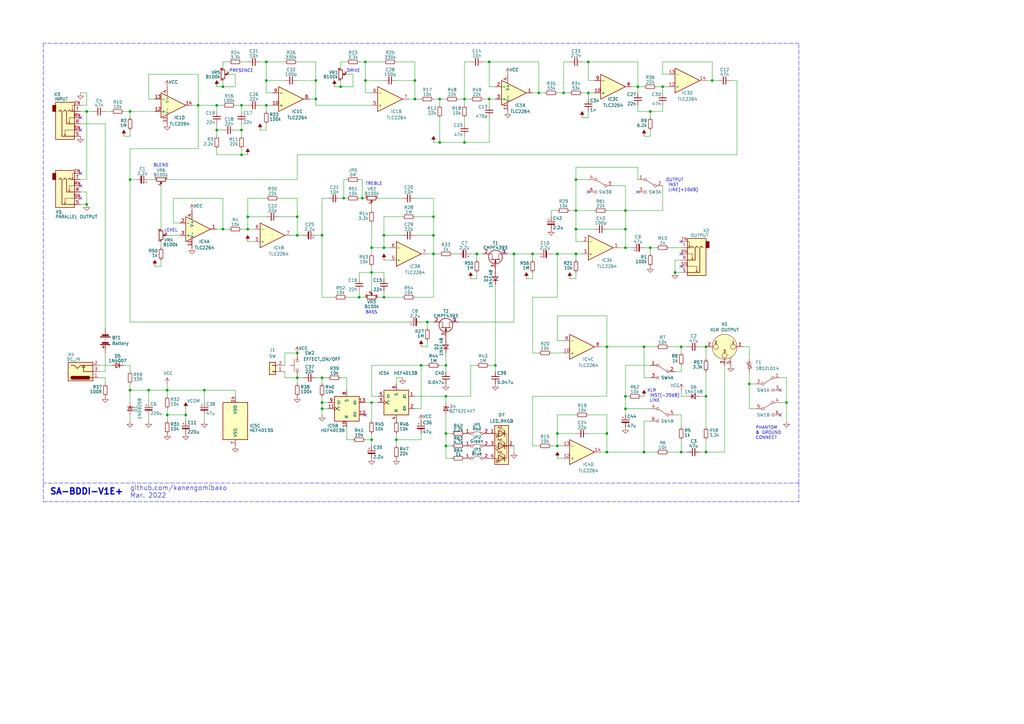
<source format=kicad_sch>
(kicad_sch (version 20211123) (generator eeschema)
  (paper "A3")
  (junction (at 241.3 38.1))
  (junction (at 148.59 81.28))
  (junction (at 132.08 165.1))
  (junction (at 200.66 40.64))
  (junction (at 172.72 149.86))
  (junction (at 190.5 58.42))
  (junction (at 170.18 33.02))
  (junction (at 149.86 33.02))
  (junction (at 248.92 177.8))
  (junction (at 279.4 185.42))
  (junction (at 266.7 101.6))
  (junction (at 256.54 86.36))
  (junction (at 99.06 53.34))
  (junction (at 132.08 154.94))
  (junction (at 276.86 111.76))
  (junction (at 175.26 132.08))
  (junction (at 109.22 25.4))
  (junction (at 53.34 73.66))
  (junction (at 101.6 88.9))
  (junction (at 236.22 86.36))
  (junction (at 289.56 162.56))
  (junction (at 132.08 167.64))
  (junction (at 307.34 157.48))
  (junction (at 101.6 93.98))
  (junction (at 248.92 185.42))
  (junction (at 132.08 96.52))
  (junction (at 210.82 104.14))
  (junction (at 180.34 58.42))
  (junction (at 35.56 45.72))
  (junction (at 162.56 180.34))
  (junction (at 236.22 104.14))
  (junction (at 182.88 177.8))
  (junction (at 292.1 33.02))
  (junction (at 83.82 160.02))
  (junction (at 76.2 170.18))
  (junction (at 236.22 73.66))
  (junction (at 152.4 165.1))
  (junction (at 228.6 104.14))
  (junction (at 68.58 160.02))
  (junction (at 109.22 43.18))
  (junction (at 248.92 142.24))
  (junction (at 322.58 165.1))
  (junction (at 53.34 160.02))
  (junction (at 228.6 177.8))
  (junction (at 182.88 182.88))
  (junction (at 121.92 96.52))
  (junction (at 256.54 162.56))
  (junction (at 200.66 25.4))
  (junction (at 228.6 182.88))
  (junction (at 99.06 63.5))
  (junction (at 147.32 121.92))
  (junction (at 139.7 35.56))
  (junction (at 152.4 101.6))
  (junction (at 91.44 93.98))
  (junction (at 241.3 25.4))
  (junction (at 266.7 45.72))
  (junction (at 236.22 93.98))
  (junction (at 256.54 93.98))
  (junction (at 177.8 88.9))
  (junction (at 203.2 149.86))
  (junction (at 180.34 40.64))
  (junction (at 121.92 88.9))
  (junction (at 157.48 101.6))
  (junction (at 140.97 81.28))
  (junction (at 261.62 35.56))
  (junction (at 218.44 104.14))
  (junction (at 182.88 149.86))
  (junction (at 35.56 83.82))
  (junction (at 121.92 144.78))
  (junction (at 256.54 101.6))
  (junction (at 195.58 104.14))
  (junction (at 177.8 104.14))
  (junction (at 190.5 40.64))
  (junction (at 53.34 45.72))
  (junction (at 121.92 154.94))
  (junction (at 99.06 43.18))
  (junction (at 264.16 185.42))
  (junction (at 256.54 167.64))
  (junction (at 289.56 142.24))
  (junction (at 157.48 96.52))
  (junction (at 149.86 25.4))
  (junction (at 177.8 96.52))
  (junction (at 231.14 38.1))
  (junction (at 81.28 43.18))
  (junction (at 182.88 162.56))
  (junction (at 170.18 40.64))
  (junction (at 129.54 40.64))
  (junction (at 220.98 38.1))
  (junction (at 289.56 185.42))
  (junction (at 271.78 35.56))
  (junction (at 157.48 121.92))
  (junction (at 91.44 35.56))
  (junction (at 152.4 180.34))
  (junction (at 88.9 53.34))
  (junction (at 264.16 142.24))
  (junction (at 152.4 111.76))
  (junction (at 279.4 142.24))
  (junction (at 88.9 43.18))
  (junction (at 109.22 33.02))
  (junction (at 68.58 170.18))
  (junction (at 129.54 33.02))
  (junction (at 60.96 160.02))
  (no_connect (at 33.02 81.28))
  (no_connect (at 279.4 104.14))
  (no_connect (at 149.86 170.18))
  (no_connect (at 33.02 71.12))
  (no_connect (at 279.4 99.06))
  (no_connect (at 279.4 109.22))
  (no_connect (at 261.62 78.74))
  (no_connect (at 241.3 78.74))
  (no_connect (at 33.02 76.2))
  (no_connect (at 320.04 160.02))
  (no_connect (at 320.04 170.18))
  (no_connect (at 33.02 53.34))
  (no_connect (at 33.02 48.26))
  (wire (pts (xy 248.92 129.54) (xy 248.92 142.24)))
  (wire (pts (xy 147.32 119.38) (xy 147.32 121.92)))
  (wire (pts (xy 177.8 88.9) (xy 177.8 96.52)))
  (wire (pts (xy 116.84 154.94) (xy 121.92 154.94)))
  (wire (pts (xy 157.48 33.02) (xy 149.86 33.02)))
  (wire (pts (xy 53.34 149.86) (xy 53.34 152.4)))
  (wire (pts (xy 266.7 45.72) (xy 271.78 45.72)))
  (wire (pts (xy 264.16 172.72) (xy 264.16 185.42)))
  (wire (pts (xy 264.16 185.42) (xy 269.24 185.42)))
  (wire (pts (xy 101.6 63.5) (xy 99.06 63.5)))
  (wire (pts (xy 236.22 104.14) (xy 238.76 104.14)))
  (wire (pts (xy 121.92 63.5) (xy 121.92 73.66)))
  (wire (pts (xy 241.3 33.02) (xy 241.3 25.4)))
  (wire (pts (xy 66.04 101.6) (xy 66.04 99.06)))
  (wire (pts (xy 99.06 43.18) (xy 101.6 43.18)))
  (wire (pts (xy 99.06 53.34) (xy 99.06 50.8)))
  (wire (pts (xy 266.7 149.86) (xy 256.54 149.86)))
  (wire (pts (xy 203.2 149.86) (xy 203.2 116.84)))
  (wire (pts (xy 96.52 160.02) (xy 96.52 162.56)))
  (wire (pts (xy 121.92 154.94) (xy 121.92 157.48)))
  (wire (pts (xy 45.72 45.72) (xy 43.18 45.72)))
  (wire (pts (xy 266.7 172.72) (xy 264.16 172.72)))
  (wire (pts (xy 228.6 38.1) (xy 231.14 38.1)))
  (wire (pts (xy 256.54 167.64) (xy 256.54 170.18)))
  (wire (pts (xy 241.3 45.72) (xy 241.3 48.26)))
  (wire (pts (xy 106.68 25.4) (xy 109.22 25.4)))
  (wire (pts (xy 96.52 30.48) (xy 96.52 35.56)))
  (wire (pts (xy 276.86 111.76) (xy 279.4 111.76)))
  (wire (pts (xy 226.06 144.78) (xy 231.14 144.78)))
  (wire (pts (xy 157.48 111.76) (xy 152.4 111.76)))
  (wire (pts (xy 60.96 30.48) (xy 81.28 30.48)))
  (wire (pts (xy 63.5 40.64) (xy 60.96 40.64)))
  (wire (pts (xy 279.4 180.34) (xy 279.4 185.42)))
  (wire (pts (xy 134.62 167.64) (xy 132.08 167.64)))
  (polyline (pts (xy 327.66 198.12) (xy 17.78 198.12)))
  (wire (pts (xy 241.3 73.66) (xy 236.22 73.66)))
  (wire (pts (xy 91.44 25.4) (xy 93.98 25.4)))
  (wire (pts (xy 231.14 187.96) (xy 228.6 187.96)))
  (wire (pts (xy 99.06 25.4) (xy 101.6 25.4)))
  (wire (pts (xy 241.3 38.1) (xy 238.76 38.1)))
  (wire (pts (xy 152.4 165.1) (xy 154.94 165.1)))
  (wire (pts (xy 132.08 162.56) (xy 132.08 165.1)))
  (wire (pts (xy 195.58 149.86) (xy 193.04 149.86)))
  (wire (pts (xy 218.44 114.3) (xy 215.9 114.3)))
  (wire (pts (xy 274.32 35.56) (xy 271.78 35.56)))
  (wire (pts (xy 33.02 43.18) (xy 35.56 43.18)))
  (wire (pts (xy 193.04 40.64) (xy 190.5 40.64)))
  (wire (pts (xy 238.76 25.4) (xy 241.3 25.4)))
  (wire (pts (xy 271.78 30.48) (xy 271.78 25.4)))
  (wire (pts (xy 68.58 160.02) (xy 83.82 160.02)))
  (wire (pts (xy 40.64 154.94) (xy 43.18 154.94)))
  (wire (pts (xy 223.52 38.1) (xy 220.98 38.1)))
  (wire (pts (xy 116.84 25.4) (xy 109.22 25.4)))
  (wire (pts (xy 35.56 43.18) (xy 35.56 38.1)))
  (wire (pts (xy 175.26 139.7) (xy 175.26 142.24)))
  (wire (pts (xy 101.6 88.9) (xy 101.6 81.28)))
  (wire (pts (xy 261.62 45.72) (xy 266.7 45.72)))
  (wire (pts (xy 177.8 121.92) (xy 177.8 104.14)))
  (wire (pts (xy 88.9 35.56) (xy 91.44 35.56)))
  (wire (pts (xy 152.4 172.72) (xy 152.4 165.1)))
  (wire (pts (xy 236.22 111.76) (xy 236.22 114.3)))
  (wire (pts (xy 109.22 53.34) (xy 109.22 50.8)))
  (wire (pts (xy 228.6 182.88) (xy 226.06 182.88)))
  (wire (pts (xy 99.06 43.18) (xy 99.06 45.72)))
  (wire (pts (xy 266.7 154.94) (xy 264.16 154.94)))
  (wire (pts (xy 190.5 58.42) (xy 180.34 58.42)))
  (wire (pts (xy 297.18 149.86) (xy 297.18 185.42)))
  (wire (pts (xy 236.22 93.98) (xy 236.22 99.06)))
  (wire (pts (xy 195.58 106.68) (xy 195.58 104.14)))
  (wire (pts (xy 190.5 48.26) (xy 190.5 50.8)))
  (wire (pts (xy 40.64 149.86) (xy 45.72 149.86)))
  (wire (pts (xy 60.96 160.02) (xy 60.96 165.1)))
  (wire (pts (xy 154.94 162.56) (xy 152.4 162.56)))
  (wire (pts (xy 218.44 121.92) (xy 218.44 144.78)))
  (wire (pts (xy 76.2 170.18) (xy 76.2 172.72)))
  (wire (pts (xy 121.92 33.02) (xy 129.54 33.02)))
  (wire (pts (xy 101.6 81.28) (xy 109.22 81.28)))
  (wire (pts (xy 248.92 142.24) (xy 248.92 162.56)))
  (wire (pts (xy 177.8 40.64) (xy 180.34 40.64)))
  (wire (pts (xy 140.97 81.28) (xy 142.24 81.28)))
  (wire (pts (xy 271.78 76.2) (xy 271.78 86.36)))
  (wire (pts (xy 152.4 177.8) (xy 152.4 180.34)))
  (wire (pts (xy 190.5 40.64) (xy 187.96 40.64)))
  (wire (pts (xy 73.66 91.44) (xy 71.12 91.44)))
  (wire (pts (xy 175.26 134.62) (xy 175.26 132.08)))
  (wire (pts (xy 33.02 38.1) (xy 35.56 38.1)))
  (wire (pts (xy 241.3 25.4) (xy 261.62 25.4)))
  (wire (pts (xy 50.8 45.72) (xy 53.34 45.72)))
  (wire (pts (xy 228.6 177.8) (xy 236.22 177.8)))
  (wire (pts (xy 83.82 170.18) (xy 83.82 172.72)))
  (wire (pts (xy 104.14 93.98) (xy 101.6 93.98)))
  (wire (pts (xy 287.02 162.56) (xy 289.56 162.56)))
  (wire (pts (xy 281.94 162.56) (xy 279.4 162.56)))
  (wire (pts (xy 231.14 139.7) (xy 228.6 139.7)))
  (wire (pts (xy 132.08 81.28) (xy 132.08 96.52)))
  (wire (pts (xy 129.54 40.64) (xy 127 40.64)))
  (wire (pts (xy 157.48 96.52) (xy 165.1 96.52)))
  (wire (pts (xy 182.88 182.88) (xy 182.88 187.96)))
  (wire (pts (xy 132.08 154.94) (xy 129.54 154.94)))
  (wire (pts (xy 121.92 96.52) (xy 121.92 88.9)))
  (wire (pts (xy 91.44 27.94) (xy 91.44 25.4)))
  (wire (pts (xy 307.34 157.48) (xy 309.88 157.48)))
  (wire (pts (xy 91.44 81.28) (xy 91.44 93.98)))
  (wire (pts (xy 124.46 96.52) (xy 121.92 96.52)))
  (wire (pts (xy 292.1 25.4) (xy 292.1 33.02)))
  (wire (pts (xy 111.76 38.1) (xy 109.22 38.1)))
  (wire (pts (xy 157.48 121.92) (xy 165.1 121.92)))
  (wire (pts (xy 228.6 104.14) (xy 228.6 121.92)))
  (wire (pts (xy 121.92 154.94) (xy 124.46 154.94)))
  (wire (pts (xy 200.66 25.4) (xy 198.12 25.4)))
  (wire (pts (xy 68.58 170.18) (xy 76.2 170.18)))
  (wire (pts (xy 264.16 101.6) (xy 266.7 101.6)))
  (wire (pts (xy 129.54 43.18) (xy 152.4 43.18)))
  (wire (pts (xy 88.9 63.5) (xy 99.06 63.5)))
  (wire (pts (xy 307.34 142.24) (xy 307.34 147.32)))
  (wire (pts (xy 289.56 185.42) (xy 297.18 185.42)))
  (wire (pts (xy 66.04 109.22) (xy 66.04 106.68)))
  (wire (pts (xy 231.14 25.4) (xy 233.68 25.4)))
  (wire (pts (xy 177.8 96.52) (xy 177.8 104.14)))
  (wire (pts (xy 76.2 170.18) (xy 76.2 167.64)))
  (wire (pts (xy 220.98 38.1) (xy 218.44 38.1)))
  (wire (pts (xy 279.4 185.42) (xy 281.94 185.42)))
  (wire (pts (xy 53.34 157.48) (xy 53.34 160.02)))
  (wire (pts (xy 68.58 160.02) (xy 68.58 162.56)))
  (wire (pts (xy 220.98 25.4) (xy 220.98 38.1)))
  (wire (pts (xy 157.48 101.6) (xy 152.4 101.6)))
  (wire (pts (xy 228.6 104.14) (xy 236.22 104.14)))
  (wire (pts (xy 71.12 81.28) (xy 91.44 81.28)))
  (wire (pts (xy 266.7 101.6) (xy 266.7 104.14)))
  (wire (pts (xy 106.68 43.18) (xy 109.22 43.18)))
  (wire (pts (xy 236.22 170.18) (xy 228.6 170.18)))
  (wire (pts (xy 228.6 139.7) (xy 228.6 129.54)))
  (wire (pts (xy 142.24 175.26) (xy 142.24 180.34)))
  (wire (pts (xy 279.4 149.86) (xy 279.4 152.4)))
  (wire (pts (xy 218.44 121.92) (xy 228.6 121.92)))
  (wire (pts (xy 172.72 132.08) (xy 175.26 132.08)))
  (wire (pts (xy 170.18 96.52) (xy 177.8 96.52)))
  (wire (pts (xy 60.96 160.02) (xy 68.58 160.02)))
  (wire (pts (xy 203.2 149.86) (xy 203.2 152.4)))
  (wire (pts (xy 53.34 55.88) (xy 50.8 55.88)))
  (wire (pts (xy 208.28 104.14) (xy 210.82 104.14)))
  (wire (pts (xy 109.22 43.18) (xy 109.22 45.72)))
  (wire (pts (xy 121.92 88.9) (xy 121.92 81.28)))
  (wire (pts (xy 147.32 73.66) (xy 148.59 73.66)))
  (wire (pts (xy 228.6 182.88) (xy 228.6 177.8)))
  (wire (pts (xy 157.48 114.3) (xy 157.48 111.76)))
  (wire (pts (xy 266.7 48.26) (xy 266.7 45.72)))
  (wire (pts (xy 274.32 185.42) (xy 279.4 185.42)))
  (wire (pts (xy 53.34 132.08) (xy 53.34 73.66)))
  (wire (pts (xy 137.16 35.56) (xy 139.7 35.56)))
  (wire (pts (xy 35.56 45.72) (xy 35.56 73.66)))
  (wire (pts (xy 180.34 149.86) (xy 182.88 149.86)))
  (wire (pts (xy 132.08 96.52) (xy 132.08 121.92)))
  (wire (pts (xy 307.34 152.4) (xy 307.34 157.48)))
  (wire (pts (xy 274.32 101.6) (xy 279.4 101.6)))
  (wire (pts (xy 248.92 185.42) (xy 246.38 185.42)))
  (wire (pts (xy 170.18 40.64) (xy 167.64 40.64)))
  (wire (pts (xy 170.18 33.02) (xy 170.18 40.64)))
  (wire (pts (xy 236.22 104.14) (xy 236.22 106.68)))
  (wire (pts (xy 152.4 109.22) (xy 152.4 111.76)))
  (wire (pts (xy 170.18 162.56) (xy 182.88 162.56)))
  (wire (pts (xy 236.22 73.66) (xy 236.22 68.58)))
  (wire (pts (xy 294.64 33.02) (xy 292.1 33.02)))
  (wire (pts (xy 121.92 81.28) (xy 114.3 81.28)))
  (wire (pts (xy 241.3 48.26) (xy 238.76 48.26)))
  (wire (pts (xy 53.34 60.96) (xy 81.28 60.96)))
  (wire (pts (xy 142.24 180.34) (xy 144.78 180.34)))
  (wire (pts (xy 60.96 73.66) (xy 63.5 73.66)))
  (wire (pts (xy 81.28 43.18) (xy 78.74 43.18)))
  (wire (pts (xy 148.59 81.28) (xy 148.59 73.66)))
  (wire (pts (xy 142.24 121.92) (xy 147.32 121.92)))
  (wire (pts (xy 129.54 25.4) (xy 129.54 33.02)))
  (wire (pts (xy 162.56 33.02) (xy 170.18 33.02)))
  (wire (pts (xy 55.88 73.66) (xy 53.34 73.66)))
  (wire (pts (xy 210.82 104.14) (xy 210.82 132.08)))
  (wire (pts (xy 152.4 91.44) (xy 152.4 101.6)))
  (wire (pts (xy 81.28 43.18) (xy 81.28 60.96)))
  (wire (pts (xy 261.62 68.58) (xy 261.62 73.66)))
  (wire (pts (xy 53.34 60.96) (xy 53.34 73.66)))
  (wire (pts (xy 83.82 165.1) (xy 83.82 160.02)))
  (wire (pts (xy 160.02 101.6) (xy 157.48 101.6)))
  (wire (pts (xy 236.22 93.98) (xy 243.84 93.98)))
  (wire (pts (xy 88.9 43.18) (xy 91.44 43.18)))
  (wire (pts (xy 88.9 63.5) (xy 88.9 60.96)))
  (wire (pts (xy 91.44 35.56) (xy 91.44 33.02)))
  (wire (pts (xy 152.4 101.6) (xy 152.4 104.14)))
  (wire (pts (xy 139.7 27.94) (xy 139.7 25.4)))
  (wire (pts (xy 185.42 187.96) (xy 182.88 187.96)))
  (wire (pts (xy 256.54 86.36) (xy 256.54 93.98)))
  (wire (pts (xy 157.48 96.52) (xy 157.48 88.9)))
  (wire (pts (xy 256.54 162.56) (xy 256.54 167.64)))
  (wire (pts (xy 175.26 142.24) (xy 172.72 142.24)))
  (wire (pts (xy 53.34 53.34) (xy 53.34 55.88)))
  (wire (pts (xy 274.32 142.24) (xy 279.4 142.24)))
  (wire (pts (xy 180.34 40.64) (xy 180.34 43.18)))
  (wire (pts (xy 129.54 43.18) (xy 129.54 40.64)))
  (wire (pts (xy 271.78 35.56) (xy 271.78 38.1)))
  (wire (pts (xy 177.8 58.42) (xy 180.34 58.42)))
  (wire (pts (xy 218.44 182.88) (xy 218.44 162.56)))
  (wire (pts (xy 218.44 162.56) (xy 248.92 162.56)))
  (wire (pts (xy 66.04 76.2) (xy 66.04 93.98)))
  (wire (pts (xy 243.84 38.1) (xy 241.3 38.1)))
  (wire (pts (xy 193.04 114.3) (xy 195.58 114.3)))
  (wire (pts (xy 96.52 35.56) (xy 91.44 35.56)))
  (wire (pts (xy 322.58 165.1) (xy 322.58 172.72)))
  (wire (pts (xy 109.22 33.02) (xy 109.22 38.1)))
  (wire (pts (xy 289.56 175.26) (xy 289.56 162.56)))
  (wire (pts (xy 203.2 40.64) (xy 200.66 40.64)))
  (wire (pts (xy 162.56 25.4) (xy 170.18 25.4)))
  (wire (pts (xy 203.2 35.56) (xy 200.66 35.56)))
  (wire (pts (xy 132.08 170.18) (xy 132.08 167.64)))
  (wire (pts (xy 149.86 38.1) (xy 149.86 33.02)))
  (wire (pts (xy 147.32 81.28) (xy 148.59 81.28)))
  (wire (pts (xy 269.24 35.56) (xy 271.78 35.56)))
  (wire (pts (xy 175.26 132.08) (xy 177.8 132.08)))
  (wire (pts (xy 200.66 58.42) (xy 190.5 58.42)))
  (wire (pts (xy 144.78 30.48) (xy 144.78 35.56)))
  (wire (pts (xy 81.28 30.48) (xy 81.28 43.18)))
  (wire (pts (xy 248.92 185.42) (xy 264.16 185.42)))
  (wire (pts (xy 119.38 96.52) (xy 121.92 96.52)))
  (wire (pts (xy 236.22 73.66) (xy 236.22 86.36)))
  (wire (pts (xy 170.18 81.28) (xy 177.8 81.28)))
  (wire (pts (xy 50.8 149.86) (xy 53.34 149.86)))
  (wire (pts (xy 165.1 88.9) (xy 157.48 88.9)))
  (wire (pts (xy 302.26 33.02) (xy 302.26 63.5)))
  (wire (pts (xy 152.4 83.82) (xy 152.4 86.36)))
  (wire (pts (xy 43.18 50.8) (xy 43.18 134.62)))
  (wire (pts (xy 68.58 157.48) (xy 68.58 160.02)))
  (wire (pts (xy 91.44 53.34) (xy 88.9 53.34)))
  (wire (pts (xy 182.88 177.8) (xy 182.88 182.88)))
  (wire (pts (xy 200.66 40.64) (xy 198.12 40.64)))
  (wire (pts (xy 266.7 101.6) (xy 269.24 101.6)))
  (wire (pts (xy 287.02 142.24) (xy 289.56 142.24)))
  (wire (pts (xy 140.97 73.66) (xy 140.97 81.28)))
  (wire (pts (xy 147.32 111.76) (xy 152.4 111.76)))
  (wire (pts (xy 193.04 149.86) (xy 193.04 162.56)))
  (wire (pts (xy 228.6 170.18) (xy 228.6 177.8)))
  (wire (pts (xy 287.02 185.42) (xy 289.56 185.42)))
  (wire (pts (xy 170.18 25.4) (xy 170.18 33.02)))
  (wire (pts (xy 193.04 104.14) (xy 195.58 104.14)))
  (wire (pts (xy 121.92 63.5) (xy 302.26 63.5)))
  (wire (pts (xy 299.72 33.02) (xy 302.26 33.02)))
  (wire (pts (xy 101.6 93.98) (xy 99.06 93.98)))
  (wire (pts (xy 152.4 38.1) (xy 149.86 38.1)))
  (wire (pts (xy 266.7 55.88) (xy 264.16 55.88)))
  (wire (pts (xy 195.58 104.14) (xy 198.12 104.14)))
  (wire (pts (xy 53.34 45.72) (xy 63.5 45.72)))
  (wire (pts (xy 53.34 132.08) (xy 167.64 132.08)))
  (wire (pts (xy 116.84 149.86) (xy 116.84 144.78)))
  (wire (pts (xy 35.56 45.72) (xy 33.02 45.72)))
  (wire (pts (xy 142.24 160.02) (xy 142.24 154.94)))
  (wire (pts (xy 132.08 157.48) (xy 132.08 154.94)))
  (wire (pts (xy 91.44 93.98) (xy 93.98 93.98)))
  (wire (pts (xy 274.32 30.48) (xy 271.78 30.48)))
  (wire (pts (xy 248.92 170.18) (xy 248.92 177.8)))
  (wire (pts (xy 190.5 25.4) (xy 190.5 40.64)))
  (polyline (pts (xy 17.78 205.74) (xy 327.66 205.74)))
  (wire (pts (xy 190.5 43.18) (xy 190.5 40.64)))
  (wire (pts (xy 210.82 182.88) (xy 210.82 185.42)))
  (wire (pts (xy 104.14 99.06) (xy 101.6 99.06)))
  (wire (pts (xy 248.92 86.36) (xy 256.54 86.36)))
  (wire (pts (xy 68.58 167.64) (xy 68.58 170.18)))
  (wire (pts (xy 243.84 33.02) (xy 241.3 33.02)))
  (wire (pts (xy 262.89 162.56) (xy 264.16 162.56)))
  (wire (pts (xy 261.62 35.56) (xy 261.62 38.1)))
  (wire (pts (xy 182.88 149.86) (xy 182.88 152.4)))
  (wire (pts (xy 129.54 96.52) (xy 132.08 96.52)))
  (wire (pts (xy 307.34 157.48) (xy 307.34 167.64)))
  (wire (pts (xy 149.86 180.34) (xy 152.4 180.34)))
  (wire (pts (xy 132.08 121.92) (xy 137.16 121.92)))
  (wire (pts (xy 139.7 25.4) (xy 142.24 25.4)))
  (wire (pts (xy 152.4 180.34) (xy 152.4 182.88)))
  (wire (pts (xy 241.3 170.18) (xy 248.92 170.18)))
  (wire (pts (xy 180.34 40.64) (xy 182.88 40.64)))
  (wire (pts (xy 276.86 106.68) (xy 276.86 111.76)))
  (wire (pts (xy 40.64 152.4) (xy 43.18 152.4)))
  (wire (pts (xy 132.08 81.28) (xy 134.62 81.28)))
  (wire (pts (xy 88.9 53.34) (xy 88.9 50.8)))
  (wire (pts (xy 38.1 45.72) (xy 35.56 45.72)))
  (wire (pts (xy 200.66 25.4) (xy 220.98 25.4)))
  (wire (pts (xy 35.56 78.74) (xy 35.56 83.82)))
  (wire (pts (xy 256.54 93.98) (xy 256.54 101.6)))
  (wire (pts (xy 228.6 86.36) (xy 226.06 86.36)))
  (wire (pts (xy 236.22 114.3) (xy 233.68 114.3)))
  (wire (pts (xy 172.72 149.86) (xy 172.72 167.64)))
  (wire (pts (xy 43.18 154.94) (xy 43.18 157.48)))
  (wire (pts (xy 33.02 78.74) (xy 35.56 78.74)))
  (wire (pts (xy 129.54 33.02) (xy 129.54 40.64)))
  (wire (pts (xy 88.9 55.88) (xy 88.9 53.34)))
  (wire (pts (xy 99.06 55.88) (xy 99.06 53.34)))
  (wire (pts (xy 68.58 96.52) (xy 73.66 96.52)))
  (wire (pts (xy 200.66 43.18) (xy 200.66 40.64)))
  (wire (pts (xy 96.52 43.18) (xy 99.06 43.18)))
  (wire (pts (xy 139.7 81.28) (xy 140.97 81.28)))
  (wire (pts (xy 256.54 86.36) (xy 271.78 86.36)))
  (wire (pts (xy 248.92 142.24) (xy 264.16 142.24)))
  (wire (pts (xy 200.66 48.26) (xy 200.66 58.42)))
  (wire (pts (xy 236.22 68.58) (xy 261.62 68.58)))
  (wire (pts (xy 157.48 101.6) (xy 157.48 96.52)))
  (wire (pts (xy 139.7 154.94) (xy 142.24 154.94)))
  (wire (pts (xy 83.82 160.02) (xy 96.52 160.02)))
  (wire (pts (xy 289.56 180.34) (xy 289.56 185.42)))
  (wire (pts (xy 231.14 25.4) (xy 231.14 38.1)))
  (polyline (pts (xy 17.78 17.78) (xy 17.78 205.74)))
  (wire (pts (xy 177.8 81.28) (xy 177.8 88.9)))
  (wire (pts (xy 233.68 86.36) (xy 236.22 86.36)))
  (wire (pts (xy 231.14 182.88) (xy 228.6 182.88)))
  (wire (pts (xy 68.58 73.66) (xy 121.92 73.66)))
  (wire (pts (xy 170.18 88.9) (xy 177.8 88.9)))
  (wire (pts (xy 218.44 106.68) (xy 218.44 104.14)))
  (wire (pts (xy 238.76 99.06) (xy 236.22 99.06)))
  (wire (pts (xy 53.34 48.26) (xy 53.34 45.72)))
  (wire (pts (xy 220.98 182.88) (xy 218.44 182.88)))
  (wire (pts (xy 109.22 25.4) (xy 109.22 33.02)))
  (wire (pts (xy 60.96 172.72) (xy 60.96 170.18)))
  (wire (pts (xy 134.62 154.94) (xy 132.08 154.94)))
  (wire (pts (xy 182.88 144.78) (xy 182.88 149.86)))
  (wire (pts (xy 93.98 30.48) (xy 96.52 30.48)))
  (wire (pts (xy 218.44 104.14) (xy 220.98 104.14)))
  (wire (pts (xy 182.88 177.8) (xy 185.42 177.8)))
  (wire (pts (xy 256.54 149.86) (xy 256.54 162.56)))
  (wire (pts (xy 271.78 25.4) (xy 292.1 25.4)))
  (wire (pts (xy 264.16 142.24) (xy 264.16 154.94)))
  (wire (pts (xy 35.56 73.66) (xy 33.02 73.66)))
  (wire (pts (xy 236.22 86.36) (xy 236.22 93.98)))
  (wire (pts (xy 106.68 53.34) (xy 109.22 53.34)))
  (wire (pts (xy 33.02 50.8) (xy 43.18 50.8)))
  (wire (pts (xy 165.1 154.94) (xy 162.56 154.94)))
  (wire (pts (xy 53.34 165.1) (xy 53.34 160.02)))
  (wire (pts (xy 200.66 149.86) (xy 203.2 149.86)))
  (wire (pts (xy 68.58 170.18) (xy 68.58 172.72)))
  (wire (pts (xy 170.18 167.64) (xy 172.72 167.64)))
  (wire (pts (xy 99.06 60.96) (xy 99.06 63.5)))
  (wire (pts (xy 256.54 101.6) (xy 259.08 101.6)))
  (wire (pts (xy 279.4 170.18) (xy 279.4 175.26)))
  (wire (pts (xy 116.84 152.4) (xy 116.84 154.94)))
  (wire (pts (xy 154.94 121.92) (xy 157.48 121.92)))
  (wire (pts (xy 149.86 165.1) (xy 152.4 165.1)))
  (wire (pts (xy 193.04 25.4) (xy 190.5 25.4)))
  (wire (pts (xy 279.4 106.68) (xy 276.86 106.68)))
  (wire (pts (xy 248.92 142.24) (xy 246.38 142.24)))
  (wire (pts (xy 149.86 25.4) (xy 149.86 33.02)))
  (wire (pts (xy 142.24 30.48) (xy 144.78 30.48)))
  (wire (pts (xy 147.32 121.92) (xy 149.86 121.92)))
  (wire (pts (xy 88.9 45.72) (xy 88.9 43.18)))
  (wire (pts (xy 320.04 154.94) (xy 322.58 154.94)))
  (wire (pts (xy 226.06 104.14) (xy 228.6 104.14)))
  (wire (pts (xy 162.56 180.34) (xy 162.56 182.88)))
  (wire (pts (xy 241.3 177.8) (xy 248.92 177.8)))
  (wire (pts (xy 187.96 132.08) (xy 210.82 132.08)))
  (wire (pts (xy 96.52 53.34) (xy 99.06 53.34)))
  (wire (pts (xy 182.88 162.56) (xy 193.04 162.56)))
  (wire (pts (xy 101.6 88.9) (xy 101.6 93.98)))
  (wire (pts (xy 256.54 162.56) (xy 257.81 162.56)))
  (wire (pts (xy 187.96 104.14) (xy 185.42 104.14)))
  (wire (pts (xy 162.56 157.48) (xy 162.56 154.94)))
  (wire (pts (xy 147.32 114.3) (xy 147.32 111.76)))
  (wire (pts (xy 218.44 111.76) (xy 218.44 114.3)))
  (wire (pts (xy 261.62 43.18) (xy 261.62 45.72)))
  (wire (pts (xy 195.58 114.3) (xy 195.58 111.76)))
  (wire (pts (xy 241.3 40.64) (xy 241.3 38.1)))
  (wire (pts (xy 210.82 104.14) (xy 218.44 104.14)))
  (wire (pts (xy 228.6 129.54) (xy 248.92 129.54)))
  (wire (pts (xy 147.32 25.4) (xy 149.86 25.4)))
  (wire (pts (xy 264.16 35.56) (xy 261.62 35.56)))
  (wire (pts (xy 279.4 162.56) (xy 279.4 160.02)))
  (wire (pts (xy 182.88 162.56) (xy 182.88 165.1)))
  (wire (pts (xy 180.34 48.26) (xy 180.34 58.42)))
  (wire (pts (xy 185.42 182.88) (xy 182.88 182.88)))
  (wire (pts (xy 154.94 81.28) (xy 165.1 81.28)))
  (wire (pts (xy 148.59 81.28) (xy 149.86 81.28)))
  (wire (pts (xy 152.4 149.86) (xy 172.72 149.86)))
  (wire (pts (xy 162.56 177.8) (xy 162.56 180.34)))
  (wire (pts (xy 261.62 25.4) (xy 261.62 35.56)))
  (wire (pts (xy 152.4 162.56) (xy 152.4 149.86)))
  (wire (pts (xy 139.7 35.56) (xy 139.7 33.02)))
  (polyline (pts (xy 327.66 198.12) (xy 327.66 205.74)))
  (wire (pts (xy 81.28 43.18) (xy 88.9 43.18)))
  (wire (pts (xy 236.22 86.36) (xy 243.84 86.36)))
  (wire (pts (xy 152.4 111.76) (xy 152.4 119.38)))
  (polyline (pts (xy 327.66 17.78) (xy 17.78 17.78)))
  (wire (pts (xy 256.54 101.6) (xy 254 101.6)))
  (wire (pts (xy 33.02 83.82) (xy 35.56 83.82)))
  (wire (pts (xy 307.34 167.64) (xy 309.88 167.64)))
  (wire (pts (xy 292.1 33.02) (xy 289.56 33.02)))
  (wire (pts (xy 271.78 45.72) (xy 271.78 43.18)))
  (wire (pts (xy 266.7 53.34) (xy 266.7 55.88)))
  (wire (pts (xy 142.24 73.66) (xy 140.97 73.66)))
  (wire (pts (xy 132.08 165.1) (xy 132.08 167.64)))
  (wire (pts (xy 116.84 144.78) (xy 121.92 144.78)))
  (polyline (pts (xy 327.66 198.12) (xy 327.66 17.78)))
  (wire (pts (xy 53.34 160.02) (xy 60.96 160.02)))
  (wire (pts (xy 177.8 104.14) (xy 175.26 104.14)))
  (wire (pts (xy 276.86 152.4) (xy 279.4 152.4)))
  (wire (pts (xy 109.22 88.9) (xy 101.6 88.9)))
  (wire (pts (xy 180.34 104.14) (xy 177.8 104.14)))
  (wire (pts (xy 170.18 121.92) (xy 177.8 121.92)))
  (wire (pts (xy 251.46 76.2) (xy 256.54 76.2)))
  (wire (pts (xy 200.66 25.4) (xy 200.66 35.56)))
  (wire (pts (xy 63.5 109.22) (xy 66.04 109.22)))
  (wire (pts (xy 248.92 93.98) (xy 256.54 93.98)))
  (wire (pts (xy 279.4 142.24) (xy 281.94 142.24)))
  (wire (pts (xy 322.58 154.94) (xy 322.58 165.1)))
  (wire (pts (xy 248.92 177.8) (xy 248.92 185.42)))
  (wire (pts (xy 172.72 180.34) (xy 162.56 180.34)))
  (wire (pts (xy 304.8 142.24) (xy 307.34 142.24)))
  (wire (pts (xy 60.96 40.64) (xy 60.96 30.48)))
  (wire (pts (xy 121.92 25.4) (xy 129.54 25.4)))
  (wire (pts (xy 276.86 170.18) (xy 279.4 170.18)))
  (wire (pts (xy 182.88 170.18) (xy 182.88 177.8)))
  (wire (pts (xy 220.98 144.78) (xy 218.44 144.78)))
  (wire (pts (xy 134.62 165.1) (xy 132.08 165.1)))
  (wire (pts (xy 144.78 35.56) (xy 139.7 35.56)))
  (wire (pts (xy 320.04 165.1) (xy 322.58 165.1)))
  (wire (pts (xy 172.72 40.64) (xy 170.18 40.64)))
  (wire (pts (xy 226.06 86.36) (xy 226.06 88.9)))
  (wire (pts (xy 231.14 38.1) (xy 233.68 38.1)))
  (wire (pts (xy 71.12 81.28) (xy 71.12 91.44)))
  (wire (pts (xy 149.86 25.4) (xy 157.48 25.4)))
  (wire (pts (xy 116.84 33.02) (xy 109.22 33.02)))
  (wire (pts (xy 157.48 106.68) (xy 160.02 106.68)))
  (wire (pts (xy 256.54 167.64) (xy 266.7 167.64)))
  (wire (pts (xy 289.56 162.56) (xy 289.56 152.4)))
  (wire (pts (xy 53.34 172.72) (xy 53.34 170.18)))
  (wire (pts (xy 261.62 35.56) (xy 259.08 35.56)))
  (wire (pts (xy 43.18 144.78) (xy 43.18 152.4)))
  (wire (pts (xy 264.16 142.24) (xy 269.24 142.24)))
  (wire (pts (xy 88.9 93.98) (xy 91.44 93.98)))
  (wire (pts (xy 109.22 43.18) (xy 111.76 43.18)))
  (wire (pts (xy 114.3 88.9) (xy 121.92 88.9)))
  (wire (pts (xy 190.5 55.88) (xy 190.5 58.42)))
  (wire (pts (xy 175.26 149.86) (xy 172.72 149.86)))
  (wire (pts (xy 157.48 119.38) (xy 157.48 121.92)))
  (wire (pts (xy 172.72 180.34) (xy 172.72 177.8)))
  (wire (pts (xy 256.54 76.2) (xy 256.54 86.36)))
  (wire (pts (xy 289.56 147.32) (xy 289.56 142.24)))
  (wire (pts (xy 279.4 142.24) (xy 279.4 144.78)))
  (text "github.com/kanengomibako\nMar. 2022" (at 53.34 204.47 0) (effects (font (size 1.905 1.905)) (justify left bottom)))
  (text "PHANTOM\n& GROUND\nCONNECT" (at 309.88 180.34 0) (effects (font (size 1.27 1.27)) (justify left bottom)))
  (text "XLR\n INST(-20dB)\n LINE" (at 265.43 165.1 0) (effects (font (size 1.27 1.27)) (justify left bottom)))
  (text "BLEND" (at 62.865 68.58 0) (effects (font (size 1.27 1.27)) (justify left bottom)))
  (text "SA-BDDI-V1E+" (at 20.32 203.2 0) (effects (font (size 2.54 2.54) (thickness 0.508) bold) (justify left bottom)))
  (text "OUTPUT\n INST\n LINE(+10dB)" (at 273.05 78.74 0) (effects (font (size 1.27 1.27)) (justify left bottom)))
  (text "D" (at 185.42 132.08 0) (effects (font (size 1.27 1.27)) (justify left bottom)))
  (text "PRESENCE" (at 93.98 29.845 0) (effects (font (size 1.27 1.27)) (justify left bottom)))
  (text "DRIVE" (at 142.24 29.845 0) (effects (font (size 1.27 1.27)) (justify left bottom)))
  (text "LEVEL" (at 67.31 95.25 0) (effects (font (size 1.27 1.27)) (justify left bottom)))
  (text "BASS" (at 149.86 128.905 0) (effects (font (size 1.27 1.27)) (justify left bottom)))
  (text "TREBLE" (at 149.86 76.2 0) (effects (font (size 1.27 1.27)) (justify left bottom)))
  (text "D" (at 205.74 104.14 0) (effects (font (size 1.27 1.27)) (justify left bottom)))
  (symbol (lib_id "power:VCOM") (at 50.8 55.88 0) (unit 1)
    (property "Reference" "#PWR0138" (effects hide))
    (property "Value" "VCOM" (effects hide))
  )
  (symbol (lib_id "Device:Battery") (at 43.18 139.7 180) (unit 1)
    (property "Reference" "BT1" (at 45.9232 138.5316 0) (effects (justify right)))
    (property "Value" "Battery" (at 45.9232 140.843 0) (effects (justify right)))
    (property "Footprint" "Connector_PinHeader_2.54mm:PinHeader_1x02_P2.54mm_Vertical" (effects hide))
  )
  (symbol (lib_id "Device:R_Small") (at 198.12 149.86 270) (unit 1)
    (property "Reference" "R43" (at 198.12 146.05 90))
    (property "Value" "1M" (at 198.12 147.955 90))
    (property "Footprint" "Resistor_SMD:R_0603_1608Metric_Pad0.98x0.95mm_HandSolder" (effects hide))
  )
  (symbol (lib_id "Device:C_Small") (at 203.2 154.94 180) (unit 1)
    (property "Reference" "C39" (at 203.835 153.035 0) (effects (justify right)))
    (property "Value" "0.047u" (at 203.835 156.845 0) (effects (justify right)))
    (property "Footprint" "Capacitor_SMD:C_0603_1608Metric_Pad1.08x0.95mm_HandSolder" (effects hide))
  )
  (symbol (lib_id "Device:CP_Small") (at 60.96 167.64 0) (unit 1)
    (property "Reference" "C6" (at 61.595 165.735 0) (effects (justify left)))
    (property "Value" "220u" (at 61.595 169.545 0) (effects (justify left)))
    (property "Footprint" "Capacitor_THT:CP_Radial_D6.3mm_P2.50mm" (effects hide))
  )
  (symbol (lib_id "Device:R_Small") (at 68.58 165.1 0) (mirror y) (unit 1)
    (property "Reference" "R32" (at 69.85 163.83 0) (effects (justify right)))
    (property "Value" "10k" (at 69.85 165.735 0) (effects (justify right)))
    (property "Footprint" "Resistor_SMD:R_0603_1608Metric_Pad0.98x0.95mm_HandSolder" (effects hide))
  )
  (symbol (lib_id "Device:R_Small") (at 68.58 175.26 0) (mirror y) (unit 1)
    (property "Reference" "R31" (at 69.85 173.99 0) (effects (justify right)))
    (property "Value" "10k" (at 69.85 175.895 0) (effects (justify right)))
    (property "Footprint" "Resistor_SMD:R_0603_1608Metric_Pad0.98x0.95mm_HandSolder" (effects hide))
  )
  (symbol (lib_id "Device:CP_Small") (at 76.2 175.26 0) (unit 1)
    (property "Reference" "C11" (at 76.835 173.355 0) (effects (justify left)))
    (property "Value" "220u" (at 76.835 177.165 0) (effects (justify left)))
    (property "Footprint" "Capacitor_THT:CP_Radial_D6.3mm_P2.50mm" (effects hide))
  )
  (symbol (lib_id "Device:CP_Small") (at 170.18 132.08 90) (unit 1)
    (property "Reference" "C8" (at 170.18 127.635 90))
    (property "Value" "2.2u" (at 170.18 129.54 90))
    (property "Footprint" "Capacitor_THT:CP_Radial_D5.0mm_P2.00mm" (effects hide))
  )
  (symbol (lib_id "power:GND") (at 68.58 177.8 0) (unit 1)
    (property "Reference" "#PWR0154" (effects hide))
    (property "Value" "GND" (effects hide))
  )
  (symbol (lib_id "power:GND") (at 76.2 177.8 0) (unit 1)
    (property "Reference" "#PWR0153" (effects hide))
    (property "Value" "GND" (effects hide))
  )
  (symbol (lib_id "Device:R_Small") (at 177.8 149.86 90) (mirror x) (unit 1)
    (property "Reference" "R44" (at 177.8 146.05 90))
    (property "Value" "1M" (at 177.8 147.955 90))
    (property "Footprint" "Resistor_SMD:R_0603_1608Metric_Pad0.98x0.95mm_HandSolder" (effects hide))
  )
  (symbol (lib_id "Device:C_Small") (at 182.88 154.94 0) (mirror x) (unit 1)
    (property "Reference" "C40" (at 182.245 153.035 0) (effects (justify right)))
    (property "Value" "0.047u" (at 182.245 156.845 0) (effects (justify right)))
    (property "Footprint" "Capacitor_SMD:C_0603_1608Metric_Pad1.08x0.95mm_HandSolder" (effects hide))
  )
  (symbol (lib_id "Device:R_Small") (at 53.34 50.8 0) (unit 1)
    (property "Reference" "R2" (at 52.07 49.53 0) (effects (justify right)))
    (property "Value" "1M" (at 52.07 51.435 0) (effects (justify right)))
    (property "Footprint" "Resistor_SMD:R_0603_1608Metric_Pad0.98x0.95mm_HandSolder" (effects hide))
  )
  (symbol (lib_id "Device:R_Small") (at 48.26 45.72 270) (unit 1)
    (property "Reference" "R10" (at 48.26 41.91 90))
    (property "Value" "10k" (at 48.26 43.815 90))
    (property "Footprint" "Resistor_SMD:R_0603_1608Metric_Pad0.98x0.95mm_HandSolder" (effects hide))
  )
  (symbol (lib_id "Device:C_Small") (at 40.64 45.72 270) (unit 1)
    (property "Reference" "C4" (at 40.64 41.275 90))
    (property "Value" "47n" (at 40.64 43.18 90))
    (property "Footprint" "Capacitor_SMD:C_1210_3225Metric" (effects hide))
  )
  (symbol (lib_id "power:GND") (at 299.72 149.86 0) (unit 1)
    (property "Reference" "#PWR0124" (effects hide))
    (property "Value" "GND" (effects hide))
  )
  (symbol (lib_id "Device:D_Zener_Small") (at 182.88 167.64 270) (unit 1)
    (property "Reference" "D4" (at 185.7375 166.6875 90))
    (property "Value" " BZT52C4V7" (at 189.5475 168.5925 90))
    (property "Footprint" "myFoot:my_D_GS1010FL" (effects hide))
  )
  (symbol (lib_id "power:GND") (at 210.82 185.42 0) (unit 1)
    (property "Reference" "#PWR0113" (effects hide))
    (property "Value" "GND" (effects hide))
  )
  (symbol (lib_id "power:VCOM") (at 215.9 114.3 0) (unit 1)
    (property "Reference" "#PWR0132" (effects hide))
    (property "Value" "VCOM" (effects hide))
  )
  (symbol (lib_id "Device:R_Small") (at 218.44 109.22 0) (unit 1)
    (property "Reference" "R56" (at 217.17 107.95 0) (effects (justify right)))
    (property "Value" "1M" (at 217.17 109.855 0) (effects (justify right)))
    (property "Footprint" "Resistor_SMD:R_0603_1608Metric_Pad0.98x0.95mm_HandSolder" (effects hide))
  )
  (symbol (lib_id "Device:C_Small") (at 167.64 96.52 270) (unit 1)
    (property "Reference" "C29" (at 167.64 92.075 90))
    (property "Value" "22p" (at 167.64 93.98 90))
    (property "Footprint" "Capacitor_SMD:C_0603_1608Metric_Pad1.08x0.95mm_HandSolder" (effects hide))
  )
  (symbol (lib_id "Device:R_Small") (at 144.78 81.28 270) (unit 1)
    (property "Reference" "R51" (at 144.78 77.47 90))
    (property "Value" "10k" (at 144.78 79.375 90))
    (property "Footprint" "Resistor_SMD:R_0603_1608Metric_Pad0.98x0.95mm_HandSolder" (effects hide))
  )
  (symbol (lib_id "power:VCOM") (at 172.72 142.24 0) (unit 1)
    (property "Reference" "#PWR0131" (effects hide))
    (property "Value" "VCOM" (effects hide))
  )
  (symbol (lib_id "Device:R_Small") (at 175.26 137.16 0) (unit 1)
    (property "Reference" "R27" (at 173.99 135.89 0) (effects (justify right)))
    (property "Value" "1M" (at 173.99 137.795 0) (effects (justify right)))
    (property "Footprint" "Resistor_SMD:R_0603_1608Metric_Pad0.98x0.95mm_HandSolder" (effects hide))
  )
  (symbol (lib_id "Device:CP_Small") (at 223.52 104.14 90) (unit 1)
    (property "Reference" "C10" (at 223.52 99.695 90))
    (property "Value" "2.2u" (at 223.52 101.6 90))
    (property "Footprint" "Capacitor_THT:CP_Radial_D5.0mm_P2.00mm" (effects hide))
  )
  (symbol (lib_id "Device:R_Small") (at 147.32 180.34 90) (mirror x) (unit 1)
    (property "Reference" "R41" (at 147.32 176.53 90))
    (property "Value" "10k" (at 147.32 178.435 90))
    (property "Footprint" "Resistor_SMD:R_0603_1608Metric_Pad0.98x0.95mm_HandSolder" (effects hide))
  )
  (symbol (lib_id "power:VCOM") (at 76.2 167.64 0) (unit 1)
    (property "Reference" "#PWR0146" (effects hide))
    (property "Value" "VCOM" (at 79.375 164.465 0))
  )
  (symbol (lib_id "power:GND") (at 53.34 172.72 0) (unit 1)
    (property "Reference" "#PWR0119" (effects hide))
    (property "Value" "GND" (effects hide))
  )
  (symbol (lib_id "Device:CP_Small") (at 261.62 101.6 90) (unit 1)
    (property "Reference" "C9" (at 261.62 97.155 90))
    (property "Value" "47u" (at 261.62 99.06 90))
    (property "Footprint" "Capacitor_THT:CP_Radial_D5.0mm_P2.00mm" (effects hide))
  )
  (symbol (lib_id "Device:R_Small") (at 271.78 101.6 270) (unit 1)
    (property "Reference" "R13" (at 271.78 97.79 90))
    (property "Value" "1k" (at 271.78 99.695 90))
    (property "Footprint" "Resistor_SMD:R_0805_2012Metric" (effects hide))
  )
  (symbol (lib_id "Device:R_Small") (at 266.7 106.68 0) (unit 1)
    (property "Reference" "R1" (at 265.43 105.41 0) (effects (justify right)))
    (property "Value" "100k" (at 265.43 107.315 0) (effects (justify right)))
    (property "Footprint" "Resistor_SMD:R_0603_1608Metric_Pad0.98x0.95mm_HandSolder" (effects hide))
  )
  (symbol (lib_id "power:GND") (at 266.7 109.22 0) (unit 1)
    (property "Reference" "#PWR0129" (effects hide))
    (property "Value" "GND" (effects hide))
  )
  (symbol (lib_id "Device:R_Small") (at 152.4 175.26 0) (mirror y) (unit 1)
    (property "Reference" "R45" (at 153.67 173.99 0) (effects (justify right)))
    (property "Value" "10k" (at 153.67 175.895 0) (effects (justify right)))
    (property "Footprint" "Resistor_SMD:R_0603_1608Metric_Pad0.98x0.95mm_HandSolder" (effects hide))
  )
  (symbol (lib_id "Device:R_Small") (at 93.98 43.18 270) (unit 1)
    (property "Reference" "R16" (at 93.98 39.37 90))
    (property "Value" "100k" (at 93.98 41.275 90))
    (property "Footprint" "Resistor_SMD:R_0603_1608Metric_Pad0.98x0.95mm_HandSolder" (effects hide))
  )
  (symbol (lib_id "Device:C_Small") (at 93.98 53.34 270) (unit 1)
    (property "Reference" "C18" (at 93.98 48.895 90))
    (property "Value" "22n" (at 93.98 50.8 90))
    (property "Footprint" "Capacitor_SMD:C_0805_2012Metric" (effects hide))
  )
  (symbol (lib_id "Device:R_Small") (at 88.9 58.42 0) (unit 1)
    (property "Reference" "R3" (at 87.63 57.15 0) (effects (justify right)))
    (property "Value" "2.2k" (at 87.63 59.055 0) (effects (justify right)))
    (property "Footprint" "Resistor_SMD:R_0603_1608Metric_Pad0.98x0.95mm_HandSolder" (effects hide))
  )
  (symbol (lib_id "power:VCOM") (at 101.6 63.5 0) (unit 1)
    (property "Reference" "#PWR0101" (effects hide))
    (property "Value" "VCOM" (effects hide))
  )
  (symbol (lib_id "Device:R_Small") (at 99.06 58.42 0) (unit 1)
    (property "Reference" "R11" (at 97.79 57.15 0) (effects (justify right)))
    (property "Value" "22k" (at 97.79 59.055 0) (effects (justify right)))
    (property "Footprint" "Resistor_SMD:R_0603_1608Metric_Pad0.98x0.95mm_HandSolder" (effects hide))
  )
  (symbol (lib_id "Device:C_Small") (at 88.9 48.26 0) (mirror x) (unit 1)
    (property "Reference" "C19" (at 88.265 46.355 0) (effects (justify right)))
    (property "Value" "22n" (at 88.265 50.165 0) (effects (justify right)))
    (property "Footprint" "Capacitor_SMD:C_0805_2012Metric" (effects hide))
  )
  (symbol (lib_id "Device:C_Small") (at 99.06 48.26 180) (unit 1)
    (property "Reference" "C17" (at 99.695 46.355 0) (effects (justify right)))
    (property "Value" "22n" (at 99.695 50.165 0) (effects (justify right)))
    (property "Footprint" "Capacitor_SMD:C_0805_2012Metric" (effects hide))
  )
  (symbol (lib_id "power:GND") (at 60.96 172.72 0) (unit 1)
    (property "Reference" "#PWR0120" (effects hide))
    (property "Value" "GND" (effects hide))
  )
  (symbol (lib_id "power:VCC") (at 68.58 157.48 0) (unit 1)
    (property "Reference" "#PWR0122" (effects hide))
    (property "Value" "VCC" (at 68.961 153.0858 0))
  )
  (symbol (lib_id "Device:R_Small") (at 223.52 144.78 270) (unit 1)
    (property "Reference" "R20" (at 223.52 140.97 90))
    (property "Value" "10k" (at 223.52 142.875 90))
    (property "Footprint" "Resistor_SMD:R_0603_1608Metric_Pad0.98x0.95mm_HandSolder" (effects hide))
  )
  (symbol (lib_id "Device:R_Small") (at 236.22 109.22 0) (unit 1)
    (property "Reference" "R21" (at 234.95 107.95 0) (effects (justify right)))
    (property "Value" "10k" (at 234.95 109.855 0) (effects (justify right)))
    (property "Footprint" "Resistor_SMD:R_0603_1608Metric_Pad0.98x0.95mm_HandSolder" (effects hide))
  )
  (symbol (lib_id "power:VCOM") (at 233.68 114.3 0) (unit 1)
    (property "Reference" "#PWR0114" (effects hide))
    (property "Value" "VCOM" (effects hide))
  )
  (symbol (lib_id "power:GND") (at 203.2 157.48 0) (mirror y) (unit 1)
    (property "Reference" "#PWR0149" (effects hide))
    (property "Value" "GND" (effects hide))
  )
  (symbol (lib_id "power:GND") (at 182.88 157.48 0) (mirror y) (unit 1)
    (property "Reference" "#PWR0150" (effects hide))
    (property "Value" "GND" (effects hide))
  )
  (symbol (lib_id "Device:C_Small") (at 104.14 43.18 270) (unit 1)
    (property "Reference" "C26" (at 104.14 38.735 90))
    (property "Value" "22n" (at 104.14 40.64 90))
    (property "Footprint" "Capacitor_SMD:C_0805_2012Metric" (effects hide))
  )
  (symbol (lib_id "Device:R_Small") (at 109.22 48.26 0) (mirror y) (unit 1)
    (property "Reference" "R22" (at 110.49 46.99 0) (effects (justify right)))
    (property "Value" "100k" (at 110.49 48.895 0) (effects (justify right)))
    (property "Footprint" "Resistor_SMD:R_0603_1608Metric_Pad0.98x0.95mm_HandSolder" (effects hide))
  )
  (symbol (lib_id "power:VCOM") (at 106.68 53.34 0) (unit 1)
    (property "Reference" "#PWR0102" (effects hide))
    (property "Value" "VCOM" (effects hide))
  )
  (symbol (lib_id "Device:C_Small") (at 104.14 25.4 270) (unit 1)
    (property "Reference" "C31" (at 104.14 20.955 90))
    (property "Value" "10n" (at 104.14 22.86 90))
    (property "Footprint" "Capacitor_SMD:C_0603_1608Metric_Pad1.08x0.95mm_HandSolder" (effects hide))
  )
  (symbol (lib_id "Device:R_Small") (at 96.52 25.4 270) (unit 1)
    (property "Reference" "R24" (at 96.52 21.59 90))
    (property "Value" "3.3k" (at 96.52 23.495 90))
    (property "Footprint" "Resistor_SMD:R_0603_1608Metric_Pad0.98x0.95mm_HandSolder" (effects hide))
  )
  (symbol (lib_id "Device:R_POT_Small") (at 91.44 30.48 0) (mirror x) (unit 1)
    (property "Reference" "VR5" (at 90.424 29.718 0) (effects (justify right)))
    (property "Value" "B100k" (at 90.424 31.496 0) (effects (justify right)))
    (property "Footprint" "myFoot:my_pot_5mm_widePad" (effects hide))
  )
  (symbol (lib_id "power:VCOM") (at 88.9 35.56 0) (unit 1)
    (property "Reference" "#PWR0103" (effects hide))
    (property "Value" "VCOM" (effects hide))
  )
  (symbol (lib_id "Device:C_Small") (at 119.38 33.02 270) (unit 1)
    (property "Reference" "C32" (at 119.38 28.575 90))
    (property "Value" "100p" (at 119.38 30.48 90))
    (property "Footprint" "Capacitor_SMD:C_0603_1608Metric_Pad1.08x0.95mm_HandSolder" (effects hide))
  )
  (symbol (lib_id "Device:R_Small") (at 119.38 25.4 270) (unit 1)
    (property "Reference" "R26" (at 119.38 21.59 90))
    (property "Value" "330k" (at 119.38 23.495 90))
    (property "Footprint" "Resistor_SMD:R_0603_1608Metric_Pad0.98x0.95mm_HandSolder" (effects hide))
  )
  (symbol (lib_id "Device:R_Small") (at 271.78 142.24 270) (unit 1)
    (property "Reference" "R7" (at 271.78 138.43 90))
    (property "Value" "10k" (at 271.78 140.335 90))
    (property "Footprint" "Resistor_SMD:R_0603_1608Metric_Pad0.98x0.95mm_HandSolder" (effects hide))
  )
  (symbol (lib_id "Device:R_Small") (at 279.4 147.32 0) (unit 1)
    (property "Reference" "R8" (at 278.13 146.05 0) (effects (justify right)))
    (property "Value" "1k" (at 278.13 147.955 0) (effects (justify right)))
    (property "Footprint" "Resistor_SMD:R_0805_2012Metric" (effects hide))
  )
  (symbol (lib_id "Device:R_Small") (at 289.56 149.86 0) (unit 1)
    (property "Reference" "R57" (at 288.29 148.59 0) (effects (justify right)))
    (property "Value" "3.3k" (at 288.29 150.495 0) (effects (justify right)))
    (property "Footprint" "Resistor_SMD:R_0603_1608Metric_Pad0.98x0.95mm_HandSolder" (effects hide))
  )
  (symbol (lib_id "Device:D_Small") (at 284.48 162.56 0) (unit 1)
    (property "Reference" "D6" (at 284.48 158.75 0))
    (property "Value" "1N4148" (at 284.48 160.655 0))
    (property "Footprint" "myFoot:my_D_GS1010FL" (effects hide))
  )
  (symbol (lib_id "power:VCOM") (at 228.6 187.96 0) (unit 1)
    (property "Reference" "#PWR0116" (effects hide))
    (property "Value" "VCOM" (effects hide))
  )
  (symbol (lib_id "Device:R_Small") (at 223.52 182.88 270) (unit 1)
    (property "Reference" "R15" (at 223.52 179.07 90))
    (property "Value" "10k" (at 223.52 180.975 90))
    (property "Footprint" "Resistor_SMD:R_0603_1608Metric_Pad0.98x0.95mm_HandSolder" (effects hide))
  )
  (symbol (lib_id "Device:R_Small") (at 238.76 170.18 270) (unit 1)
    (property "Reference" "R19" (at 238.76 166.37 90))
    (property "Value" "10k" (at 238.76 168.275 90))
    (property "Footprint" "Resistor_SMD:R_0603_1608Metric_Pad0.98x0.95mm_HandSolder" (effects hide))
  )
  (symbol (lib_id "Device:C_Small") (at 238.76 177.8 270) (unit 1)
    (property "Reference" "C24" (at 238.76 173.355 90))
    (property "Value" "22p" (at 238.76 175.26 90))
    (property "Footprint" "Capacitor_SMD:C_0603_1608Metric_Pad1.08x0.95mm_HandSolder" (effects hide))
  )
  (symbol (lib_id "Device:R_Small") (at 144.78 25.4 270) (unit 1)
    (property "Reference" "R23" (at 144.78 21.59 90))
    (property "Value" "3.3k" (at 144.78 23.495 90))
    (property "Footprint" "Resistor_SMD:R_0603_1608Metric_Pad0.98x0.95mm_HandSolder" (effects hide))
  )
  (symbol (lib_id "Device:R_POT_Small") (at 139.7 30.48 0) (mirror x) (unit 1)
    (property "Reference" "VR1" (at 138.684 29.718 0) (effects (justify right)))
    (property "Value" "B100k" (at 138.684 31.496 0) (effects (justify right)))
    (property "Footprint" "myFoot:my_pot_5mm_widePad" (effects hide))
  )
  (symbol (lib_id "power:VCOM") (at 137.16 35.56 0) (unit 1)
    (property "Reference" "#PWR0104" (effects hide))
    (property "Value" "VCOM" (effects hide))
  )
  (symbol (lib_id "Device:C_Small") (at 160.02 33.02 270) (unit 1)
    (property "Reference" "C28" (at 160.02 28.575 90))
    (property "Value" "100p" (at 160.02 30.48 90))
    (property "Footprint" "Capacitor_SMD:C_0603_1608Metric_Pad1.08x0.95mm_HandSolder" (effects hide))
  )
  (symbol (lib_id "Device:R_Small") (at 160.02 25.4 270) (unit 1)
    (property "Reference" "R25" (at 160.02 21.59 90))
    (property "Value" "330k" (at 160.02 23.495 90))
    (property "Footprint" "Resistor_SMD:R_0603_1608Metric_Pad0.98x0.95mm_HandSolder" (effects hide))
  )
  (symbol (lib_id "Connector:AudioJack3_Switch") (at 27.94 78.74 0) (mirror x) (unit 1)
    (property "Reference" "X5" (at 25.4 86.995 0) (effects (justify right)))
    (property "Value" "PARALLEL OUTPUT" (at 40.005 88.9 0) (effects (justify right)))
    (property "Footprint" "myFoot:my_Phone_Jack_Daier" (effects hide))
  )
  (symbol (lib_id "Connector:AudioJack3_Switch") (at 284.48 106.68 180) (unit 1)
    (property "Reference" "X2" (at 288.29 94.615 0) (effects (justify right)))
    (property "Value" "OUTPUT" (at 283.21 96.52 0) (effects (justify right)))
    (property "Footprint" "myFoot:my_Phone_Jack_Daier" (effects hide))
  )
  (symbol (lib_id "Device:R_Small") (at 271.78 185.42 270) (unit 1)
    (property "Reference" "R6" (at 271.78 181.61 90))
    (property "Value" "10k" (at 271.78 183.515 90))
    (property "Footprint" "Resistor_SMD:R_0603_1608Metric_Pad0.98x0.95mm_HandSolder" (effects hide))
  )
  (symbol (lib_id "Device:R_Small") (at 279.4 177.8 0) (mirror y) (unit 1)
    (property "Reference" "R5" (at 280.67 176.53 0) (effects (justify right)))
    (property "Value" "1k" (at 280.67 178.435 0) (effects (justify right)))
    (property "Footprint" "Resistor_SMD:R_0805_2012Metric" (effects hide))
  )
  (symbol (lib_id "Device:R_Small") (at 289.56 177.8 0) (mirror y) (unit 1)
    (property "Reference" "R58" (at 290.83 176.53 0) (effects (justify right)))
    (property "Value" "3.3k" (at 290.83 178.435 0) (effects (justify right)))
    (property "Footprint" "Resistor_SMD:R_0603_1608Metric_Pad0.98x0.95mm_HandSolder" (effects hide))
  )
  (symbol (lib_id "Device:R_Small") (at 175.26 40.64 270) (unit 1)
    (property "Reference" "R17" (at 175.26 36.83 90))
    (property "Value" "10k" (at 175.26 38.735 90))
    (property "Footprint" "Resistor_SMD:R_0603_1608Metric_Pad0.98x0.95mm_HandSolder" (effects hide))
  )
  (symbol (lib_id "Device:R_Small") (at 180.34 45.72 0) (unit 1)
    (property "Reference" "R12" (at 179.07 44.45 0) (effects (justify right)))
    (property "Value" "22k" (at 179.07 46.355 0) (effects (justify right)))
    (property "Footprint" "Resistor_SMD:R_0603_1608Metric_Pad0.98x0.95mm_HandSolder" (effects hide))
  )
  (symbol (lib_id "power:VCOM") (at 177.8 58.42 0) (unit 1)
    (property "Reference" "#PWR0105" (effects hide))
    (property "Value" "VCOM" (effects hide))
  )
  (symbol (lib_id "Device:R_Small") (at 185.42 40.64 270) (unit 1)
    (property "Reference" "R48" (at 185.42 36.83 90))
    (property "Value" "22k" (at 185.42 38.735 90))
    (property "Footprint" "Resistor_SMD:R_0603_1608Metric_Pad0.98x0.95mm_HandSolder" (effects hide))
  )
  (symbol (lib_id "Device:C_Small") (at 195.58 25.4 270) (unit 1)
    (property "Reference" "C14" (at 195.58 20.955 90))
    (property "Value" "10n" (at 195.58 22.86 90))
    (property "Footprint" "Capacitor_SMD:C_0603_1608Metric_Pad1.08x0.95mm_HandSolder" (effects hide))
  )
  (symbol (lib_id "Device:R_Small") (at 226.06 38.1 270) (unit 1)
    (property "Reference" "R35" (at 226.06 34.29 90))
    (property "Value" "33k" (at 226.06 36.195 90))
    (property "Footprint" "Resistor_SMD:R_0603_1608Metric_Pad0.98x0.95mm_HandSolder" (effects hide))
  )
  (symbol (lib_id "Device:R_Small") (at 195.58 40.64 270) (unit 1)
    (property "Reference" "R49" (at 195.58 36.83 90))
    (property "Value" "22k" (at 195.58 38.735 90))
    (property "Footprint" "Resistor_SMD:R_0603_1608Metric_Pad0.98x0.95mm_HandSolder" (effects hide))
  )
  (symbol (lib_id "Device:R_Small") (at 190.5 45.72 0) (unit 1)
    (property "Reference" "R18" (at 189.23 44.45 0) (effects (justify right)))
    (property "Value" "10k" (at 189.23 46.355 0) (effects (justify right)))
    (property "Footprint" "Resistor_SMD:R_0603_1608Metric_Pad0.98x0.95mm_HandSolder" (effects hide))
  )
  (symbol (lib_id "Device:C_Small") (at 190.5 53.34 0) (mirror x) (unit 1)
    (property "Reference" "C23" (at 189.865 51.435 0) (effects (justify right)))
    (property "Value" "47n" (at 189.865 55.245 0) (effects (justify right)))
    (property "Footprint" "Capacitor_SMD:C_1210_3225Metric" (effects hide))
  )
  (symbol (lib_id "Device:C_Small") (at 200.66 45.72 0) (mirror x) (unit 1)
    (property "Reference" "C13" (at 200.025 43.815 0) (effects (justify right)))
    (property "Value" "470p" (at 200.025 47.625 0) (effects (justify right)))
    (property "Footprint" "Capacitor_SMD:C_0603_1608Metric_Pad1.08x0.95mm_HandSolder" (effects hide))
  )
  (symbol (lib_id "power:GND") (at 96.52 182.88 0) (mirror y) (unit 1)
    (property "Reference" "#PWR0134" (effects hide))
    (property "Value" "GND" (effects hide))
  )
  (symbol (lib_id "Connector:Barrel_Jack_Switch") (at 33.02 152.4 0) (mirror x) (unit 1)
    (property "Reference" "X4" (at 30.48 145.415 0) (effects (justify right)))
    (property "Value" "DC_IN" (at 33.02 147.32 0) (effects (justify right)))
    (property "Footprint" "myFoot:my_DC_Jack" (effects hide))
  )
  (symbol (lib_id "Connector:AudioJack3_Switch") (at 27.94 50.8 0) (mirror x) (unit 1)
    (property "Reference" "X3" (at 24.765 38.735 0) (effects (justify right)))
    (property "Value" "INPUT" (at 27.94 40.64 0) (effects (justify right)))
    (property "Footprint" "myFoot:my_Phone_Jack_Daier" (effects hide))
  )
  (symbol (lib_id "Device:R_Small") (at 236.22 38.1 270) (unit 1)
    (property "Reference" "R34" (at 236.22 34.29 90))
    (property "Value" "33k" (at 236.22 36.195 90))
    (property "Footprint" "Resistor_SMD:R_0603_1608Metric_Pad0.98x0.95mm_HandSolder" (effects hide))
  )
  (symbol (lib_id "Device:C_Small") (at 241.3 43.18 180) (unit 1)
    (property "Reference" "C34" (at 241.935 41.275 0) (effects (justify right)))
    (property "Value" "1n" (at 241.935 45.085 0) (effects (justify right)))
    (property "Footprint" "Capacitor_SMD:C_0603_1608Metric_Pad1.08x0.95mm_HandSolder" (effects hide))
  )
  (symbol (lib_id "Device:C_Small") (at 236.22 25.4 270) (unit 1)
    (property "Reference" "C33" (at 236.22 20.955 90))
    (property "Value" "2.2n" (at 236.22 22.86 90))
    (property "Footprint" "Capacitor_SMD:C_0603_1608Metric_Pad1.08x0.95mm_HandSolder" (effects hide))
  )
  (symbol (lib_id "Device:D_Small") (at 48.26 149.86 0) (mirror y) (unit 1)
    (property "Reference" "D5" (at 48.26 146.05 0))
    (property "Value" "1N4007" (at 48.26 147.955 0))
    (property "Footprint" "Diode_THT:D_DO-41_SOD81_P7.62mm_Horizontal" (effects hide))
  )
  (symbol (lib_id "Device:R_Small") (at 53.34 154.94 0) (mirror y) (unit 1)
    (property "Reference" "R59" (at 54.61 153.67 0) (effects (justify right)))
    (property "Value" "33R" (at 54.61 155.575 0) (effects (justify right)))
    (property "Footprint" "Resistor_THT:R_Axial_DIN0516_L15.5mm_D5.0mm_P20.32mm_Horizontal" (effects hide))
  )
  (symbol (lib_id "Device:CP_Small") (at 83.82 167.64 0) (unit 1)
    (property "Reference" "C38" (at 84.455 165.735 0) (effects (justify left)))
    (property "Value" "47u" (at 84.455 169.545 0) (effects (justify left)))
    (property "Footprint" "Capacitor_THT:CP_Radial_D5.0mm_P2.00mm" (effects hide))
  )
  (symbol (lib_id "power:GND") (at 83.82 172.72 0) (unit 1)
    (property "Reference" "#PWR0152" (effects hide))
    (property "Value" "GND" (effects hide))
  )
  (symbol (lib_id "Device:R_Small") (at 43.18 160.02 0) (unit 1)
    (property "Reference" "R37" (at 41.91 158.75 0) (effects (justify right)))
    (property "Value" "100R" (at 41.91 160.655 0) (effects (justify right)))
    (property "Footprint" "Resistor_THT:R_Axial_DIN0309_L9.0mm_D3.2mm_P12.70mm_Horizontal" (effects hide))
  )
  (symbol (lib_id "power:VCOM") (at 238.76 48.26 0) (unit 1)
    (property "Reference" "#PWR0106" (effects hide))
    (property "Value" "VCOM" (effects hide))
  )
  (symbol (lib_id "Device:C_Small") (at 261.62 40.64 0) (mirror x) (unit 1)
    (property "Reference" "C27" (at 260.985 38.735 0) (effects (justify right)))
    (property "Value" "22n" (at 260.985 42.545 0) (effects (justify right)))
    (property "Footprint" "Capacitor_SMD:C_0805_2012Metric" (effects hide))
  )
  (symbol (lib_id "Device:C_Small") (at 271.78 40.64 0) (mirror x) (unit 1)
    (property "Reference" "C30" (at 271.145 38.735 0) (effects (justify right)))
    (property "Value" "47n" (at 271.145 42.545 0) (effects (justify right)))
    (property "Footprint" "Capacitor_SMD:C_1210_3225Metric" (effects hide))
  )
  (symbol (lib_id "Device:R_Small") (at 266.7 50.8 0) (unit 1)
    (property "Reference" "R9" (at 265.43 49.53 0) (effects (justify right)))
    (property "Value" "6.2k" (at 265.43 51.435 0) (effects (justify right)))
    (property "Footprint" "Resistor_SMD:R_0603_1608Metric_Pad0.98x0.95mm_HandSolder" (effects hide))
  )
  (symbol (lib_id "power:VCOM") (at 264.16 55.88 0) (unit 1)
    (property "Reference" "#PWR0107" (effects hide))
    (property "Value" "VCOM" (effects hide))
  )
  (symbol (lib_id "Device:R_Small") (at 266.7 35.56 270) (unit 1)
    (property "Reference" "R36" (at 266.7 31.75 90))
    (property "Value" "22k" (at 266.7 33.655 90))
    (property "Footprint" "Resistor_SMD:R_0603_1608Metric_Pad0.98x0.95mm_HandSolder" (effects hide))
  )
  (symbol (lib_id "power:GND") (at 43.18 162.56 0) (unit 1)
    (property "Reference" "#PWR0118" (effects hide))
    (property "Value" "GND" (effects hide))
  )
  (symbol (lib_id "Device:D_Small") (at 182.88 142.24 90) (unit 1)
    (property "Reference" "D2" (at 179.07 142.24 0))
    (property "Value" "1N4148" (at 180.975 142.24 0))
    (property "Footprint" "myFoot:my_D_GS1010FL" (effects hide))
  )
  (symbol (lib_id "Device:D_Small") (at 203.2 114.3 90) (unit 1)
    (property "Reference" "D3" (at 199.39 114.3 0))
    (property "Value" "1N4148" (at 201.295 114.3 0))
    (property "Footprint" "myFoot:my_D_GS1010FL" (effects hide))
  )
  (symbol (lib_id "Device:C_Small") (at 284.48 142.24 90) (mirror x) (unit 1)
    (property "Reference" "C2" (at 284.48 137.795 90))
    (property "Value" "47u" (at 284.48 139.7 90))
    (property "Footprint" "Capacitor_THT:CP_Radial_D8.0mm_P2.50mm" (effects hide))
  )
  (symbol (lib_id "Device:C_Small") (at 284.48 185.42 90) (mirror x) (unit 1)
    (property "Reference" "C3" (at 284.48 180.975 90))
    (property "Value" "47u" (at 284.48 182.88 90))
    (property "Footprint" "Capacitor_THT:CP_Radial_D8.0mm_P2.50mm" (effects hide))
  )
  (symbol (lib_id "Device:D_Zener_Small") (at 53.34 167.64 270) (unit 1)
    (property "Reference" "D1" (at 55.499 167.64 0))
    (property "Value" "1N5925B" (at 57.277 167.64 0))
    (property "Footprint" "Diode_THT:D_DO-41_SOD81_P7.62mm_Horizontal" (effects hide))
  )
  (symbol (lib_id "Device:C_Small") (at 297.18 33.02 270) (unit 1)
    (property "Reference" "C12" (at 297.18 28.575 90))
    (property "Value" "47n" (at 297.18 30.48 90))
    (property "Footprint" "Capacitor_SMD:C_1210_3225Metric" (effects hide))
  )
  (symbol (lib_id "Device:R_POT_Small") (at 66.04 96.52 0) (mirror x) (unit 1)
    (property "Reference" "VR4" (at 71.12 98.425 0) (effects (justify right)))
    (property "Value" "B100k" (at 73.025 100.33 0) (effects (justify right)))
    (property "Footprint" "myFoot:my_pot_5mm_widePad" (effects hide))
  )
  (symbol (lib_id "Device:R_Small") (at 66.04 104.14 0) (unit 1)
    (property "Reference" "R50" (at 64.77 102.87 0) (effects (justify right)))
    (property "Value" "1k" (at 64.77 104.775 0) (effects (justify right)))
    (property "Footprint" "Resistor_SMD:R_0805_2012Metric" (effects hide))
  )
  (symbol (lib_id "power:VCOM") (at 63.5 109.22 0) (unit 1)
    (property "Reference" "#PWR0125" (effects hide))
    (property "Value" "VCOM" (effects hide))
  )
  (symbol (lib_id "Device:R_Small") (at 96.52 93.98 270) (unit 1)
    (property "Reference" "R4" (at 96.52 90.17 90))
    (property "Value" "10k" (at 96.52 92.075 90))
    (property "Footprint" "Resistor_SMD:R_0603_1608Metric_Pad0.98x0.95mm_HandSolder" (effects hide))
  )
  (symbol (lib_id "Device:R_Small") (at 111.76 81.28 270) (unit 1)
    (property "Reference" "R30" (at 111.76 77.47 90))
    (property "Value" "22k" (at 111.76 79.375 90))
    (property "Footprint" "Resistor_SMD:R_0603_1608Metric_Pad0.98x0.95mm_HandSolder" (effects hide))
  )
  (symbol (lib_id "Connector:XLR3_Ground") (at 297.18 142.24 0) (mirror y) (unit 1)
    (property "Reference" "X1" (at 297.18 132.969 0))
    (property "Value" "XLR OUTPUT" (at 297.18 135.2804 0))
    (property "Footprint" "Connector_PinHeader_2.54mm:PinHeader_1x04_P2.54mm_Vertical" (effects hide))
  )
  (symbol (lib_id "Device:CP_Small") (at 127 96.52 270) (mirror x) (unit 1)
    (property "Reference" "C25" (at 127 92.075 90))
    (property "Value" "2.2u" (at 127 93.98 90))
    (property "Footprint" "Capacitor_THT:CP_Radial_D5.0mm_P2.00mm" (effects hide))
  )
  (symbol (lib_id "power:VCC") (at 68.58 35.56 0) (unit 1)
    (property "Reference" "#PWR0135" (effects hide))
    (property "Value" "VCC" (at 71.12 33.655 0))
  )
  (symbol (lib_id "power:VCC") (at 279.4 160.02 0) (mirror y) (unit 1)
    (property "Reference" "#PWR0136" (effects hide))
    (property "Value" "VCC" (at 276.86 158.115 0))
  )
  (symbol (lib_id "Device:R_POT_Small") (at 66.04 73.66 90) (mirror x) (unit 1)
    (property "Reference" "VR6" (at 64.135 69.85 90) (effects (justify right)))
    (property "Value" "B100k" (at 62.865 71.755 90) (effects (justify right)))
    (property "Footprint" "myFoot:my_pot_5mm_widePad" (effects hide))
  )
  (symbol (lib_id "power:GND") (at 68.58 50.8 0) (mirror y) (unit 1)
    (property "Reference" "#PWR0137" (effects hide))
    (property "Value" "GND" (effects hide))
  )
  (symbol (lib_id "power:VCC") (at 121.92 144.78 0) (unit 1)
    (property "Reference" "#PWR0140" (effects hide))
    (property "Value" "VCC" (at 124.46 142.875 0))
  )
  (symbol (lib_id "power:VCC") (at 172.72 172.72 0) (unit 1)
    (property "Reference" "#PWR0141" (effects hide))
    (property "Value" "VCC" (at 175.26 170.815 0))
  )
  (symbol (lib_id "power:VCOM") (at 101.6 99.06 0) (unit 1)
    (property "Reference" "#PWR0126" (effects hide))
    (property "Value" "VCOM" (effects hide))
  )
  (symbol (lib_id "Device:CP_Small") (at 58.42 73.66 270) (mirror x) (unit 1)
    (property "Reference" "C1" (at 58.42 69.215 90))
    (property "Value" "2.2u" (at 58.42 71.12 90))
    (property "Footprint" "Capacitor_THT:CP_Radial_D5.0mm_P2.00mm" (effects hide))
  )
  (symbol (lib_id "Device:C_Small") (at 137.16 81.28 270) (unit 1)
    (property "Reference" "C21" (at 137.16 76.835 90))
    (property "Value" "10n" (at 137.16 78.74 90))
    (property "Footprint" "Capacitor_SMD:C_0603_1608Metric_Pad1.08x0.95mm_HandSolder" (effects hide))
  )
  (symbol (lib_id "Device:R_POT_Small") (at 152.4 81.28 270) (unit 1)
    (property "Reference" "VR2" (at 154.305 77.47 90) (effects (justify right)))
    (property "Value" "B100k" (at 155.575 79.375 90) (effects (justify right)))
    (property "Footprint" "myFoot:my_pot_5mm_widePad" (effects hide))
  )
  (symbol (lib_id "Device:R_Small") (at 152.4 88.9 0) (unit 1)
    (property "Reference" "R14" (at 151.13 87.63 0) (effects (justify right)))
    (property "Value" "3.3k" (at 151.13 89.535 0) (effects (justify right)))
    (property "Footprint" "Resistor_SMD:R_0603_1608Metric_Pad0.98x0.95mm_HandSolder" (effects hide))
  )
  (symbol (lib_id "Device:C_Small") (at 167.64 81.28 270) (unit 1)
    (property "Reference" "C20" (at 167.64 76.835 90))
    (property "Value" "10n" (at 167.64 78.74 90))
    (property "Footprint" "Capacitor_SMD:C_0603_1608Metric_Pad1.08x0.95mm_HandSolder" (effects hide))
  )
  (symbol (lib_id "Device:R_Small") (at 167.64 88.9 270) (unit 1)
    (property "Reference" "R28" (at 167.64 85.09 90))
    (property "Value" "1M" (at 167.64 86.995 90))
    (property "Footprint" "Resistor_SMD:R_0603_1608Metric_Pad0.98x0.95mm_HandSolder" (effects hide))
  )
  (symbol (lib_id "Device:C_Small") (at 111.76 88.9 270) (unit 1)
    (property "Reference" "C22" (at 111.76 84.455 90))
    (property "Value" "22p" (at 111.76 86.36 90))
    (property "Footprint" "Capacitor_SMD:C_0603_1608Metric_Pad1.08x0.95mm_HandSolder" (effects hide))
  )
  (symbol (lib_id "Device:R_Small") (at 182.88 104.14 270) (unit 1)
    (property "Reference" "R33" (at 182.88 100.33 90))
    (property "Value" "1k" (at 182.88 102.235 90))
    (property "Footprint" "Resistor_SMD:R_0805_2012Metric" (effects hide))
  )
  (symbol (lib_id "Device:R_Small") (at 139.7 121.92 270) (unit 1)
    (property "Reference" "R52" (at 139.7 118.11 90))
    (property "Value" "10k" (at 139.7 120.015 90))
    (property "Footprint" "Resistor_SMD:R_0603_1608Metric_Pad0.98x0.95mm_HandSolder" (effects hide))
  )
  (symbol (lib_id "Device:R_POT_Small") (at 152.4 121.92 270) (mirror x) (unit 1)
    (property "Reference" "VR3" (at 154.305 123.825 90) (effects (justify right)))
    (property "Value" "B100k" (at 155.575 125.73 90) (effects (justify right)))
    (property "Footprint" "myFoot:my_pot_5mm_widePad" (effects hide))
  )
  (symbol (lib_id "Device:R_Small") (at 152.4 106.68 0) (unit 1)
    (property "Reference" "R53" (at 151.13 105.41 0) (effects (justify right)))
    (property "Value" "10k" (at 151.13 107.315 0) (effects (justify right)))
    (property "Footprint" "Resistor_SMD:R_0603_1608Metric_Pad0.98x0.95mm_HandSolder" (effects hide))
  )
  (symbol (lib_id "Device:C_Small") (at 147.32 116.84 0) (mirror x) (unit 1)
    (property "Reference" "C16" (at 146.685 114.935 0) (effects (justify right)))
    (property "Value" "22n" (at 146.685 118.745 0) (effects (justify right)))
    (property "Footprint" "Capacitor_SMD:C_0805_2012Metric" (effects hide))
  )
  (symbol (lib_id "Device:C_Small") (at 157.48 116.84 0) (mirror x) (unit 1)
    (property "Reference" "C15" (at 156.845 114.935 0) (effects (justify right)))
    (property "Value" "22n" (at 156.845 118.745 0) (effects (justify right)))
    (property "Footprint" "Capacitor_SMD:C_0805_2012Metric" (effects hide))
  )
  (symbol (lib_id "Device:R_Small") (at 167.64 121.92 270) (unit 1)
    (property "Reference" "R54" (at 167.64 118.11 90))
    (property "Value" "10k" (at 167.64 120.015 90))
    (property "Footprint" "Resistor_SMD:R_0603_1608Metric_Pad0.98x0.95mm_HandSolder" (effects hide))
  )
  (symbol (lib_id "Amplifier_Operational:TL074") (at 246.38 101.6 0) (mirror x) (unit 1)
    (property "Reference" "IC3" (at 248.92 106.68 0))
    (property "Value" "TLC2264" (at 248.92 109.22 0))
    (property "Footprint" "Package_SO:TSSOP-14_4.4x5mm_P0.65mm" (effects hide))
  )
  (symbol (lib_id "Amplifier_Operational:TL074") (at 167.64 104.14 0) (mirror x) (unit 2)
    (property "Reference" "IC3" (at 170.18 109.22 0))
    (property "Value" "TLC2264" (at 170.18 111.76 0))
    (property "Footprint" "Package_SO:TSSOP-14_4.4x5mm_P0.65mm" (effects hide))
  )
  (symbol (lib_id "Amplifier_Operational:TL074") (at 251.46 35.56 0) (mirror x) (unit 3)
    (property "Reference" "IC3" (at 251.46 40.64 0))
    (property "Value" "TLC2264" (at 251.46 43.18 0))
    (property "Footprint" "Package_SO:TSSOP-14_4.4x5mm_P0.65mm" (effects hide))
  )
  (symbol (lib_id "Amplifier_Operational:TL074") (at 281.94 33.02 0) (mirror x) (unit 4)
    (property "Reference" "IC3" (at 281.94 38.1 0))
    (property "Value" "TLC2264" (at 281.94 40.64 0))
    (property "Footprint" "Package_SO:TSSOP-14_4.4x5mm_P0.65mm" (effects hide))
  )
  (symbol (lib_id "Amplifier_Operational:TL074") (at 205.74 38.1 0) (mirror y) (unit 5)
    (property "Reference" "IC3" (effects hide))
    (property "Value" "TLC2264" (effects hide))
    (property "Footprint" "Package_SO:TSSOP-14_4.4x5mm_P0.65mm" (effects hide))
  )
  (symbol (lib_id "Amplifier_Operational:TL074") (at 81.28 93.98 0) (mirror x) (unit 1)
    (property "Reference" "IC4" (at 83.82 99.06 0))
    (property "Value" "TLC2264" (at 83.82 101.6 0))
    (property "Footprint" "Package_SO:TSSOP-14_4.4x5mm_P0.65mm" (effects hide))
  )
  (symbol (lib_id "Amplifier_Operational:TL074") (at 111.76 96.52 0) (mirror x) (unit 2)
    (property "Reference" "IC4" (at 114.3 101.6 0))
    (property "Value" "TLC2264" (at 114.3 104.14 0))
    (property "Footprint" "Package_SO:TSSOP-14_4.4x5mm_P0.65mm" (effects hide))
  )
  (symbol (lib_id "Amplifier_Operational:TL074") (at 238.76 142.24 0) (mirror x) (unit 3)
    (property "Reference" "IC4" (at 241.3 147.32 0))
    (property "Value" "TLC2264" (at 241.3 149.86 0))
    (property "Footprint" "Package_SO:TSSOP-14_4.4x5mm_P0.65mm" (effects hide))
  )
  (symbol (lib_id "Amplifier_Operational:TL074") (at 238.76 185.42 0) (mirror x) (unit 4)
    (property "Reference" "IC4" (at 241.3 190.5 0))
    (property "Value" "TLC2264" (at 241.3 193.04 0))
    (property "Footprint" "Package_SO:TSSOP-14_4.4x5mm_P0.65mm" (effects hide))
  )
  (symbol (lib_id "Amplifier_Operational:TL074") (at 76.2 93.98 0) (mirror y) (unit 5)
    (property "Reference" "IC4" (effects hide))
    (property "Value" "TLC2264" (effects hide))
    (property "Footprint" "Package_SO:TSSOP-14_4.4x5mm_P0.65mm" (effects hide))
  )
  (symbol (lib_id "power:GND") (at 35.56 83.82 0) (mirror y) (unit 1)
    (property "Reference" "#PWR0139" (effects hide))
    (property "Value" "GND" (effects hide))
  )
  (symbol (lib_id "power:VCOM") (at 157.48 106.68 0) (unit 1)
    (property "Reference" "#PWR0127" (effects hide))
    (property "Value" "VCOM" (effects hide))
  )
  (symbol (lib_id "power:GND") (at 33.02 55.88 0) (mirror y) (unit 1)
    (property "Reference" "#PWR0156" (effects hide))
    (property "Value" "GND" (effects hide))
  )
  (symbol (lib_id "power:GND") (at 33.02 38.1 0) (mirror y) (unit 1)
    (property "Reference" "#PWR0157" (effects hide))
    (property "Value" "GND" (effects hide))
  )
  (symbol (lib_id "power:GND") (at 208.28 45.72 0) (mirror y) (unit 1)
    (property "Reference" "#PWR0142" (effects hide))
    (property "Value" "GND" (effects hide))
  )
  (symbol (lib_id "power:VCC") (at 208.28 30.48 0) (unit 1)
    (property "Reference" "#PWR0143" (effects hide))
    (property "Value" "VCC" (at 210.82 28.575 0))
  )
  (symbol (lib_id "power:GND") (at 78.74 101.6 0) (mirror y) (unit 1)
    (property "Reference" "#PWR0144" (effects hide))
    (property "Value" "GND" (effects hide))
  )
  (symbol (lib_id "power:VCC") (at 78.74 86.36 0) (unit 1)
    (property "Reference" "#PWR0145" (effects hide))
    (property "Value" "VCC" (at 81.28 84.455 0))
  )
  (symbol (lib_id "Device:Q_NJFET_DSG") (at 182.88 134.62 270) (mirror x) (unit 1)
    (property "Reference" "T2" (at 182.88 127.635 90))
    (property "Value" "CMPF4393" (at 182.88 129.54 90))
    (property "Footprint" "Package_TO_SOT_SMD:SOT-23" (effects hide))
  )
  (symbol (lib_id "Device:CP_Small") (at 190.5 104.14 270) (mirror x) (unit 1)
    (property "Reference" "C7" (at 190.5 99.695 90))
    (property "Value" "2.2u" (at 190.5 101.6 90))
    (property "Footprint" "Capacitor_THT:CP_Radial_D5.0mm_P2.00mm" (effects hide))
  )
  (symbol (lib_id "Device:R_Small") (at 195.58 109.22 0) (unit 1)
    (property "Reference" "R55" (at 194.31 107.95 0) (effects (justify right)))
    (property "Value" "1M" (at 194.31 109.855 0) (effects (justify right)))
    (property "Footprint" "Resistor_SMD:R_0603_1608Metric_Pad0.98x0.95mm_HandSolder" (effects hide))
  )
  (symbol (lib_id "power:VCOM") (at 193.04 114.3 0) (unit 1)
    (property "Reference" "#PWR0128" (effects hide))
    (property "Value" "VCOM" (effects hide))
  )
  (symbol (lib_id "power:GND") (at 276.86 111.76 0) (unit 1)
    (property "Reference" "#PWR0133" (effects hide))
    (property "Value" "GND" (effects hide))
  )
  (symbol (lib_id "Device:Q_NJFET_DSG") (at 203.2 106.68 270) (mirror x) (unit 1)
    (property "Reference" "T1" (at 203.2 99.695 90))
    (property "Value" "CMPF4393" (at 203.2 101.6 90))
    (property "Footprint" "Package_TO_SOT_SMD:SOT-23" (effects hide))
  )
  (symbol (lib_id "4xxx:4013") (at 162.56 165.1 0) (unit 1)
    (property "Reference" "IC5" (at 157.48 153.035 0))
    (property "Value" "HEF4013B" (at 166.37 153.035 0))
    (property "Footprint" "Package_SO:SOIC-14_3.9x8.7mm_P1.27mm" (effects hide))
  )
  (symbol (lib_id "4xxx:4013") (at 142.24 167.64 0) (unit 2)
    (property "Reference" "IC5" (at 136.525 174.625 0))
    (property "Value" "HEF4013B" (at 136.525 176.53 0))
    (property "Footprint" "Package_SO:SOIC-14_3.9x8.7mm_P1.27mm" (effects hide))
  )
  (symbol (lib_id "4xxx:4013") (at 96.52 172.72 0) (unit 3)
    (property "Reference" "IC5" (at 102.235 174.625 0) (effects (justify left)))
    (property "Value" "HEF4013B" (at 102.235 176.53 0) (effects (justify left)))
    (property "Footprint" "Package_SO:SOIC-14_3.9x8.7mm_P1.27mm" (effects hide))
  )
  (symbol (lib_id "power:GND") (at 165.1 154.94 0) (unit 1)
    (property "Reference" "#PWR0108" (effects hide))
    (property "Value" "GND" (effects hide))
  )
  (symbol (lib_id "power:GND") (at 132.08 170.18 0) (unit 1)
    (property "Reference" "#PWR0109" (effects hide))
    (property "Value" "GND" (effects hide))
  )
  (symbol (lib_id "Switch:SW_Push") (at 121.92 149.86 90) (mirror x) (unit 1)
    (property "Reference" "SW2" (at 127 144.78 90))
    (property "Value" "EFFECT_ON/OFF" (at 132.08 147.32 90))
    (property "Footprint" "Button_Switch_Keyboard:SW_Cherry_MX_1.00u_PCB" (effects hide))
  )
  (symbol (lib_id "Device:R_Small") (at 121.92 160.02 0) (mirror y) (unit 1)
    (property "Reference" "R38" (at 123.19 158.75 0) (effects (justify right)))
    (property "Value" "100k" (at 123.19 160.655 0) (effects (justify right)))
    (property "Footprint" "Resistor_SMD:R_0603_1608Metric_Pad0.98x0.95mm_HandSolder" (effects hide))
  )
  (symbol (lib_id "power:GND") (at 121.92 162.56 0) (mirror y) (unit 1)
    (property "Reference" "#PWR0110" (effects hide))
    (property "Value" "GND" (effects hide))
  )
  (symbol (lib_id "Device:C_Small") (at 127 154.94 90) (mirror x) (unit 1)
    (property "Reference" "C37" (at 127 150.495 90))
    (property "Value" "22n" (at 127 152.4 90))
    (property "Footprint" "Capacitor_SMD:C_0805_2012Metric" (effects hide))
  )
  (symbol (lib_id "Device:R_Small") (at 132.08 160.02 0) (mirror y) (unit 1)
    (property "Reference" "R40" (at 133.35 158.75 0) (effects (justify right)))
    (property "Value" "10k" (at 133.35 160.655 0) (effects (justify right)))
    (property "Footprint" "Resistor_SMD:R_0603_1608Metric_Pad0.98x0.95mm_HandSolder" (effects hide))
  )
  (symbol (lib_id "Device:R_Small") (at 137.16 154.94 90) (mirror x) (unit 1)
    (property "Reference" "R39" (at 137.16 151.13 90))
    (property "Value" "10k" (at 137.16 153.035 90))
    (property "Footprint" "Resistor_SMD:R_0603_1608Metric_Pad0.98x0.95mm_HandSolder" (effects hide))
  )
  (symbol (lib_id "Device:CP_Small") (at 152.4 185.42 0) (unit 1)
    (property "Reference" "C35" (at 153.035 183.515 0) (effects (justify left)))
    (property "Value" "2.2u" (at 153.035 187.325 0) (effects (justify left)))
    (property "Footprint" "Capacitor_THT:CP_Radial_D5.0mm_P2.00mm" (effects hide))
  )
  (symbol (lib_id "power:GND") (at 152.4 187.96 0) (unit 1)
    (property "Reference" "#PWR0111" (effects hide))
    (property "Value" "GND" (effects hide))
  )
  (symbol (lib_id "Device:CP_Small") (at 172.72 175.26 0) (unit 1)
    (property "Reference" "C36" (at 173.355 173.355 0) (effects (justify left)))
    (property "Value" "47u" (at 173.355 177.165 0) (effects (justify left)))
    (property "Footprint" "Capacitor_THT:CP_Radial_D5.0mm_P2.00mm" (effects hide))
  )
  (symbol (lib_id "Device:R_Small") (at 162.56 175.26 0) (mirror y) (unit 1)
    (property "Reference" "R46" (at 163.83 173.99 0) (effects (justify right)))
    (property "Value" "10k" (at 163.83 175.895 0) (effects (justify right)))
    (property "Footprint" "Resistor_SMD:R_0603_1608Metric_Pad0.98x0.95mm_HandSolder" (effects hide))
  )
  (symbol (lib_id "Device:R_Small") (at 162.56 185.42 0) (mirror y) (unit 1)
    (property "Reference" "R47" (at 163.83 184.15 0) (effects (justify right)))
    (property "Value" "22k" (at 163.83 186.055 0) (effects (justify right)))
    (property "Footprint" "Resistor_SMD:R_0603_1608Metric_Pad0.98x0.95mm_HandSolder" (effects hide))
  )
  (symbol (lib_id "power:GND") (at 162.56 187.96 0) (unit 1)
    (property "Reference" "#PWR0112" (effects hide))
    (property "Value" "GND" (effects hide))
  )
  (symbol (lib_id "Jumper:Jumper_2_Bridged") (at 195.58 187.96 0) (unit 1)
    (property "Reference" "JP3" (at 195.58 184.4675 0))
    (property "Value" "Blue" (at 195.58 186.055 0))
    (property "Footprint" "myFoot:my_SolderJumper-THpad" (effects hide))
  )
  (symbol (lib_id "Jumper:Jumper_2_Bridged") (at 195.58 177.8 0) (unit 1)
    (property "Reference" "JP1" (at 195.58 174.3075 0))
    (property "Value" "Red" (at 195.58 175.895 0))
    (property "Footprint" "myFoot:my_SolderJumper-THpad" (effects hide))
  )
  (symbol (lib_id "Device:CP_Small") (at 256.54 172.72 0) (unit 1)
    (property "Reference" "C44" (at 257.175 170.815 0) (effects (justify left)))
    (property "Value" "47u" (at 257.175 174.625 0) (effects (justify left)))
    (property "Footprint" "Capacitor_THT:CP_Radial_D5.0mm_P2.00mm" (effects hide))
  )
  (symbol (lib_id "Device:CP_Small") (at 226.06 91.44 0) (unit 1)
    (property "Reference" "C42" (at 226.695 89.535 0) (effects (justify left)))
    (property "Value" "2.2u" (at 226.695 93.345 0) (effects (justify left)))
    (property "Footprint" "Capacitor_THT:CP_Radial_D5.0mm_P2.00mm" (effects hide))
  )
  (symbol (lib_id "Connector_Generic:Conn_01x02") (at 111.76 152.4 180) (unit 1)
    (property "Reference" "J1" (at 111.76 143.51 0))
    (property "Value" "SW" (at 111.76 146.05 0))
    (property "Footprint" "Connector_PinHeader_2.54mm:PinHeader_1x02_P2.54mm_Vertical" (effects hide))
  )
  (symbol (lib_id "Switch:SW_DPDT_x2") (at 266.7 76.2 0) (mirror y) (unit 1)
    (property "Reference" "SW3" (at 268.605 78.74 0))
    (property "Value" "sw" (effects hide))
    (property "Footprint" "Connector_PinHeader_2.54mm:PinHeader_2x03_P2.54mm_Vertical" (effects hide))
  )
  (symbol (lib_id "power:GND") (at 322.58 172.72 0) (unit 1)
    (property "Reference" "#PWR04" (effects hide))
    (property "Value" "GND" (effects hide))
  )
  (symbol (lib_id "Amplifier_Operational:TL074") (at 119.38 40.64 0) (mirror x) (unit 3)
    (property "Reference" "IC1" (at 121.92 45.72 0))
    (property "Value" "TLC2264" (at 121.92 48.26 0))
    (property "Footprint" "Package_SO:TSSOP-14_4.4x5mm_P0.65mm" (effects hide))
  )
  (symbol (lib_id "Device:R_Small") (at 260.35 162.56 270) (unit 1)
    (property "Reference" "R62" (at 260.35 158.75 90))
    (property "Value" "10k" (at 260.35 160.655 90))
    (property "Footprint" "Resistor_SMD:R_0603_1608Metric_Pad0.98x0.95mm_HandSolder" (effects hide))
  )
  (symbol (lib_id "Device:R_Small") (at 144.78 73.66 270) (unit 1)
    (property "Reference" "JP0" (at 144.78 69.85 90))
    (property "Value" "0R" (at 144.78 71.755 90))
    (property "Footprint" "myFoot:my_SolderJumper-THpad" (effects hide))
  )
  (symbol (lib_id "Amplifier_Operational:TL074") (at 66.04 43.18 0) (mirror y) (unit 5)
    (property "Reference" "IC1" (effects hide))
    (property "Value" "TLC2264" (effects hide))
    (property "Footprint" "Package_SO:TSSOP-14_4.4x5mm_P0.65mm" (effects hide))
  )
  (symbol (lib_id "power:GND") (at 256.54 175.26 0) (unit 1)
    (property "Reference" "#PWR02" (effects hide))
    (property "Value" "GND" (effects hide))
  )
  (symbol (lib_id "Switch:SW_DPDT_x2") (at 314.96 157.48 0) (unit 1)
    (property "Reference" "SW1" (at 313.055 160.02 0))
    (property "Value" "sw" (effects hide))
    (property "Footprint" "Connector_PinHeader_2.54mm:PinHeader_2x03_P2.54mm_Vertical" (effects hide))
  )
  (symbol (lib_id "Device:R_Small") (at 231.14 86.36 270) (unit 1)
    (property "Reference" "R29" (at 231.14 82.55 90))
    (property "Value" "10k" (at 231.14 84.455 90))
    (property "Footprint" "Resistor_SMD:R_0603_1608Metric_Pad0.98x0.95mm_HandSolder" (effects hide))
  )
  (symbol (lib_id "Jumper:Jumper_2_Bridged") (at 195.58 182.88 0) (unit 1)
    (property "Reference" "JP2" (at 195.58 179.3875 0))
    (property "Value" "Green" (at 195.58 180.975 0))
    (property "Footprint" "myFoot:my_SolderJumper-THpad" (effects hide))
  )
  (symbol (lib_id "Amplifier_Operational:TL074") (at 71.12 43.18 0) (mirror x) (unit 4)
    (property "Reference" "IC1" (at 73.66 48.26 0))
    (property "Value" "TLC2264" (at 73.66 50.8 0))
    (property "Footprint" "Package_SO:TSSOP-14_4.4x5mm_P0.65mm" (effects hide))
  )
  (symbol (lib_id "Amplifier_Operational:TL074") (at 160.02 40.64 0) (mirror x) (unit 2)
    (property "Reference" "IC1" (at 162.56 45.72 0))
    (property "Value" "TLC2264" (at 162.56 48.26 0))
    (property "Footprint" "Package_SO:TSSOP-14_4.4x5mm_P0.65mm" (effects hide))
  )
  (symbol (lib_id "power:VCOM") (at 264.16 162.56 0) (mirror y) (unit 1)
    (property "Reference" "#PWR03" (effects hide))
    (property "Value" "VCOM" (effects hide))
  )
  (symbol (lib_id "Switch:SW_DPDT_x2") (at 271.78 152.4 0) (mirror y) (unit 1)
    (property "Reference" "SW4" (at 273.685 154.94 0))
    (property "Value" "sw" (effects hide))
    (property "Footprint" "Connector_PinHeader_2.54mm:PinHeader_2x03_P2.54mm_Vertical" (effects hide))
  )
  (symbol (lib_id "Device:R_Small") (at 187.96 187.96 90) (mirror x) (unit 1)
    (property "Reference" "R64" (at 187.96 184.785 90))
    (property "Value" "1k" (at 187.96 186.3725 90))
    (property "Footprint" "Resistor_SMD:R_0805_2012Metric" (effects hide))
  )
  (symbol (lib_id "Switch:SW_DPDT_x2") (at 271.78 170.18 0) (mirror y) (unit 2)
    (property "Reference" "SW4" (at 273.685 172.72 0))
    (property "Value" "sw" (effects hide))
    (property "Footprint" "Connector_PinHeader_2.54mm:PinHeader_2x03_P2.54mm_Vertical" (effects hide))
  )
  (symbol (lib_id "Device:R_Small") (at 187.96 182.88 90) (mirror x) (unit 1)
    (property "Reference" "R63" (at 187.96 179.705 90))
    (property "Value" "4.7k" (at 187.96 181.2925 90))
    (property "Footprint" "Resistor_SMD:R_0603_1608Metric_Pad0.98x0.95mm_HandSolder" (effects hide))
  )
  (symbol (lib_id "Switch:SW_DPDT_x2") (at 314.96 167.64 0) (unit 2)
    (property "Reference" "SW1" (at 313.055 170.18 0))
    (property "Value" "sw" (effects hide))
    (property "Footprint" "Connector_PinHeader_2.54mm:PinHeader_2x03_P2.54mm_Vertical" (effects hide))
  )
  (symbol (lib_id "power:GND") (at 226.06 93.98 0) (mirror y) (unit 1)
    (property "Reference" "#PWR01" (effects hide))
    (property "Value" "GND" (effects hide))
  )
  (symbol (lib_id "Amplifier_Operational:TL074") (at 210.82 38.1 0) (mirror x) (unit 1)
    (property "Reference" "IC1" (at 213.36 43.18 0))
    (property "Value" "TLC2264" (at 213.36 45.72 0))
    (property "Footprint" "Package_SO:TSSOP-14_4.4x5mm_P0.65mm" (effects hide))
  )
  (symbol (lib_id "Device:C_Small") (at 246.38 93.98 270) (unit 1)
    (property "Reference" "C43" (at 246.38 89.535 90))
    (property "Value" "100p" (at 246.38 91.44 90))
    (property "Footprint" "Capacitor_SMD:C_0603_1608Metric_Pad1.08x0.95mm_HandSolder" (effects hide))
  )
  (symbol (lib_id "Device:R_Small") (at 246.38 86.36 270) (unit 1)
    (property "Reference" "R61" (at 246.38 82.55 90))
    (property "Value" "22k" (at 246.38 84.455 90))
    (property "Footprint" "Resistor_SMD:R_0603_1608Metric_Pad0.98x0.95mm_HandSolder" (effects hide))
  )
  (symbol (lib_id "Device:Polyfuse_Small") (at 307.34 149.86 0) (unit 1)
    (property "Reference" "F1" (at 309.88 148.5899 0) (effects (justify left)))
    (property "Value" "1812L014" (at 309.88 151.1299 0) (effects (justify left)))
    (property "Footprint" "Resistor_SMD:R_1812_4532Metric" (effects hide))
  )
  (symbol (lib_id "Switch:SW_DPDT_x2") (at 246.38 76.2 0) (mirror y) (unit 2)
    (property "Reference" "SW3" (at 248.285 78.74 0))
    (property "Value" "sw" (effects hide))
    (property "Footprint" "Connector_PinHeader_2.54mm:PinHeader_2x03_P2.54mm_Vertical" (effects hide))
  )
  (symbol (lib_id "Device:R_Small") (at 187.96 177.8 90) (mirror x) (unit 1)
    (property "Reference" "R42" (at 187.96 174.625 90))
    (property "Value" "2.2k" (at 187.96 176.2125 90))
    (property "Footprint" "Resistor_SMD:R_0603_1608Metric_Pad0.98x0.95mm_HandSolder" (effects hide))
  )
  (symbol (lib_id "Device:LED_RKGB") (at 205.74 182.88 0) (mirror y) (unit 1)
    (property "Reference" "D7" (at 205.74 170.18 0))
    (property "Value" "LED_RKGB" (at 205.74 172.72 0))
    (property "Footprint" "LED_THT:LED_D5.0mm-4_RGB" (effects hide))
  )
)
</source>
